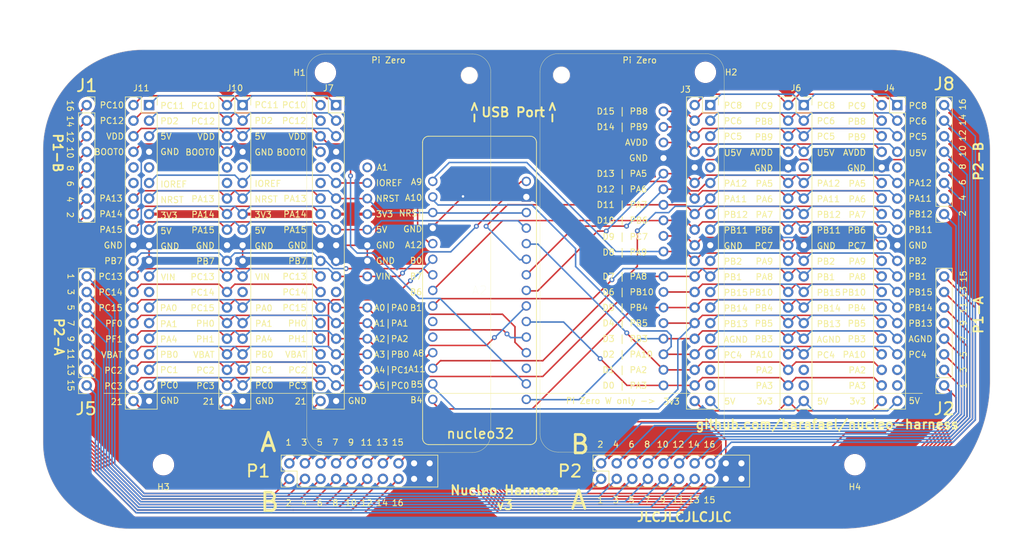
<source format=kicad_pcb>
(kicad_pcb (version 20221018) (generator pcbnew)
  (layers (0 "F.Cu" signal) (31 "B.Cu" signal) (34 "B.Paste" user) (35 "F.Paste" user) (36 "B.SilkS" user "B.Silkscreen") (37 "F.SilkS" user "F.Silkscreen") (38 "B.Mask" user) (39 "F.Mask" user) (44 "Edge.Cuts" user))
  (net 0 "")
  (net 1 "Net-(J1-Pad8)")
  (net 2 "Net-(J1-Pad7)")
  (net 3 "Net-(J1-Pad6)")
  (net 4 "Net-(J1-Pad5)")
  (net 5 "Net-(J1-Pad4)")
  (net 6 "Net-(J1-Pad3)")
  (net 7 "Net-(J1-Pad2)")
  (net 8 "Net-(J1-Pad1)")
  (net 9 "Net-(J2-Pad4)")
  (net 10 "Net-(J2-Pad3)")
  (net 11 "Net-(J2-Pad2)")
  (net 12 "Net-(J2-Pad1)")
  (net 13 "GND")
  (net 14 "PC0")
  (net 15 "PC1")
  (net 16 "PC2")
  (net 17 "PB0")
  (net 18 "VBAT")
  (net 19 "PA4")
  (net 20 "PH1")
  (net 21 "PA1")
  (net 22 "PH0")
  (net 23 "PA0")
  (net 24 "PC15")
  (net 25 "PC14")
  (net 26 "VIN")
  (net 27 "PC13")
  (net 28 "PB7")
  (net 29 "5V")
  (net 30 "PA15")
  (net 31 "3V3")
  (net 32 "PA14")
  (net 33 "PA13")
  (net 34 "IOREF")
  (net 35 "BOOT0")
  (net 36 "VDD")
  (net 37 "PD2")
  (net 38 "PC12")
  (net 39 "PC11")
  (net 40 "PC3")
  (net 41 "PC10")
  (net 42 "Net-(J4-Pad9)")
  (net 43 "Net-(J2-Pad8)")
  (net 44 "Net-(J2-Pad7)")
  (net 45 "Net-(J2-Pad6)")
  (net 46 "Net-(J2-Pad5)")
  (net 47 "PA2")
  (net 48 "PC4")
  (net 49 "PA10")
  (net 50 "AGND")
  (net 51 "PB3")
  (net 52 "PB13")
  (net 53 "PB5")
  (net 54 "PB14")
  (net 55 "PB4")
  (net 56 "PB15")
  (net 57 "PB10")
  (net 58 "PB1")
  (net 59 "PA8")
  (net 60 "PB2")
  (net 61 "PA9")
  (net 62 "PC7")
  (net 63 "PB6")
  (net 64 "PB12")
  (net 65 "PA7")
  (net 66 "PA11")
  (net 67 "PA6")
  (net 68 "PA12")
  (net 69 "PA5")
  (net 70 "AVDD")
  (net 71 "PC5")
  (net 72 "PB9")
  (net 73 "PC6")
  (net 74 "PB8")
  (net 75 "PC8")
  (net 76 "PA3")
  (net 77 "PC9")
  (net 78 "Net-(J7-Pad10)")
  (net 79 "Net-(J7-Pad9)")
  (net 80 "Net-(J8-Pad8)")
  (net 81 "Net-(J8-Pad7)")
  (net 82 "Net-(J8-Pad6)")
  (net 83 "Net-(J8-Pad5)")
  (net 84 "Net-(J8-Pad4)")
  (net 85 "Net-(J8-Pad3)")
  (net 86 "Net-(J8-Pad2)")
  (net 87 "Net-(J8-Pad1)")
  (net 88 "Net-(J5-Pad8)")
  (net 89 "Net-(J5-Pad7)")
  (net 90 "Net-(J5-Pad6)")
  (net 91 "Net-(J5-Pad5)")
  (net 92 "Net-(J5-Pad4)")
  (net 93 "Net-(J5-Pad3)")
  (net 94 "Net-(J5-Pad2)")
  (net 95 "Net-(J5-Pad1)")
  (net 96 "NRST")
  (net 97 "Net-(J7-Pad25)")
  (net 98 "Net-(J7-Pad12)")
  (net 99 "U5V")
  (net 100 "PB11")
  (net 101 "E5V")
  (net 102 "Net-(J10-Pad25)")
  (net 103 "Net-(J10-Pad12)")
  (net 104 "Net-(J10-Pad10)")
  (net 105 "Net-(J10-Pad9)")
  (net 106 "Net-(J3-Pad37)")
  (net 107 "Net-(J3-Pad35)")
  (net 108 "Net-(J3-Pad9)")
  (net 109 "Net-(J4-Pad37)")
  (net 110 "Net-(J4-Pad35)")
  (net 111 "Net-(J6-Pad37)")
  (net 112 "Net-(J6-Pad35)")
  (net 113 "Net-(J6-Pad9)")
  (net 114 "Net-(J11-Pad25)")
  (net 115 "Net-(J11-Pad12)")
  (net 116 "Net-(J11-Pad10)")
  (net 117 "Net-(J11-Pad9)")
  (net 118 "GPIO21")
  (net 119 "POW_3v3")
  (net 120 "POW_5V")
  (net 121 "Net-(A2-Pad3.11)")
  (net 122 "Net-(A2-Pad3.10)")
  (net 123 "VDDA")
  (footprint "Connector_PinHeader_2.54mm:PinHeader_2x10_P2.54mm_Vertical" (layer "F.Cu") (at 154.33 125.15 90)
    (fp_text reference "P2")
    (fp_text value "Conn_02x10_Odd_Even")
  )
  (footprint "Connector_PinHeader_2.54mm:PinHeader_2x10_P2.54mm_Vertical" (layer "F.Cu") (at 103.53 125.15 90)
    (fp_text reference "P1")
    (fp_text value "Conn_02x10_Odd_Even")
  )
  (footprint "Connector_PinSocket_2.54mm:PinSocket_1x08_P2.54mm_Vertical" (layer "F.Cu") (at 210.21 81.97 180)
    (fp_text reference "J8")
    (fp_text value "Conn_01x08_Female")
  )
  (footprint "Connector_PinSocket_2.54mm:PinSocket_1x08_P2.54mm_Vertical" (layer "F.Cu") (at 210.21 109.91 180)
    (fp_text reference "J2")
    (fp_text value "Conn_01x08_Female")
  )
  (footprint "Connector_PinSocket_2.54mm:PinSocket_1x08_P2.54mm_Vertical" (layer "F.Cu") (at 70.51 109.91 180)
    (fp_text reference "J5")
    (fp_text value "Conn_01x08_Female")
  )
  (footprint "Connector_PinSocket_2.54mm:PinSocket_1x08_P2.54mm_Vertical" (layer "F.Cu") (at 70.51 64.19)
    (fp_text reference "J1")
    (fp_text value "Conn_01x08_Female")
  )
  (footprint "MountingHole:MountingHole_3mm" (layer "F.Cu") (at 83.01 122.84)
    (fp_text reference "H3")
    (fp_text value "MountingHole")
  )
  (footprint "MountingHole:MountingHole_3mm" (layer "F.Cu") (at 195.67 122.84)
    (fp_text reference "H4")
    (fp_text value "MountingHole")
  )
  (footprint "Connector_PinSocket_2.54mm:PinSocket_2x20_P2.54mm_Vertical" (layer "F.Cu") (at 172.11 64.19)
    (fp_text reference "J3")
    (fp_text value "Conn_02x20_Odd_Even")
  )
  (footprint "Connector_PinSocket_2.54mm:PinSocket_2x20_P2.54mm_Vertical" (layer "F.Cu") (at 202.59 64.19)
    (fp_text reference "J4")
    (fp_text value "Conn_02x20_Odd_Even")
  )
  (footprint "Connector_PinSocket_2.54mm:PinSocket_2x20_P2.54mm_Vertical" (layer "F.Cu") (at 187.35 64.19)
    (fp_text reference "J6")
    (fp_text value "Conn_02x20_Odd_Even")
  )
  (footprint "Connector_PinSocket_2.54mm:PinSocket_2x20_P2.54mm_Vertical" (layer "F.Cu") (at 111.15 64.19)
    (fp_text reference "J7")
    (fp_text value "Conn_02x20_Odd_Even")
  )
  (footprint "Connector_PinSocket_2.54mm:PinSocket_2x20_P2.54mm_Vertical" (layer "F.Cu") (at 95.91 64.19)
    (fp_text reference "J10")
    (fp_text value "Conn_02x20_Odd_Even")
  )
  (footprint "Connector_PinSocket_2.54mm:PinSocket_2x20_P2.54mm_Vertical" (layer "F.Cu") (at 80.67 64.19)
    (fp_text reference "J11")
    (fp_text value "Conn_02x20_Odd_Even")
  )
  (footprint "MountingHole:MountingHole_3mm" (layer "F.Cu") (at 109.4 58.9)
    (fp_text reference "H1")
    (fp_text value "MountingHole")
  )
  (footprint "MountingHole:MountingHole_3mm" (layer "F.Cu") (at 171.32 58.84)
    (fp_text reference "H2")
    (fp_text value "MountingHole")
  )
  (footprint "nucleo32:nucleo32" (layer "F.Cu") (at 134.52 94.41)
    (fp_text reference "A2")
    (fp_text value "nucleo32")
  )
  (footprint "Module:Arduino_UNO_R3" (layer "B.Cu") (at 116.23 74.35 -90)
    (fp_text reference "A1")
    (fp_text value "Arduino_UNO_R3")
  )
  (gr_line (start 171.36974 120.79032) (end 147.36974 120.79032) (stroke (width 0.05)) (layer "F.SilkS"))
  (gr_line (start 174.36974 58.79032) (end 174.36974 117.79032) (stroke (width 0.05)) (layer "F.SilkS"))
  (gr_arc (start 174.36974 117.79032) (mid 173.49106 119.91164) (end 171.36974 120.79032) (stroke (width 0.05)) (layer "F.SilkS"))
  (gr_arc (start 147.36974 120.79032) (mid 145.24842 119.91164) (end 144.36974 117.79032) (stroke (width 0.05)) (layer "F.SilkS"))
  (gr_arc (start 144.36974 58.79032) (mid 145.24842 56.669) (end 147.36974 55.79032) (stroke (width 0.05)) (layer "F.SilkS"))
  (gr_arc (start 171.36974 55.79032) (mid 173.49106 56.669) (end 174.36974 58.79032) (stroke (width 0.05)) (layer "F.SilkS"))
  (gr_line (start 147.36974 55.79032) (end 171.36974 55.79032) (stroke (width 0.05)) (layer "F.SilkS"))
  (gr_line (start 144.36974 117.79032) (end 144.36974 58.79032) (stroke (width 0.05)) (layer "F.SilkS"))
  (gr_arc (start 133.35026 55.84968) (mid 135.47158 56.72836) (end 136.35026 58.84968) (stroke (width 0.05)) (layer "F.SilkS"))
  (gr_line (start 133.35026 120.84968) (end 109.35026 120.84968) (stroke (width 0.05)) (layer "F.SilkS"))
  (gr_arc (start 109.35026 120.84968) (mid 107.22894 119.971) (end 106.35026 117.84968) (stroke (width 0.05)) (layer "F.SilkS"))
  (gr_line (start 73.3294 111.2054) (end 206.6794 111.2054) (stroke (width 0.1)) (layer "F.SilkS"))
  (gr_line (start 109.35026 55.84968) (end 133.35026 55.84968) (stroke (width 0.05)) (layer "F.SilkS"))
  (gr_arc (start 136.35026 117.84968) (mid 135.47158 119.971) (end 133.35026 120.84968) (stroke (width 0.05)) (layer "F.SilkS"))
  (gr_arc (start 106.35026 58.84968) (mid 107.22894 56.72836) (end 109.35026 55.84968) (stroke (width 0.05)) (layer "F.SilkS"))
  (gr_line (start 106.35026 117.84968) (end 106.35026 58.84968) (stroke (width 0.05)) (layer "F.SilkS"))
  (gr_line (start 136.35026 58.84968) (end 136.35026 117.84968) (stroke (width 0.05)) (layer "F.SilkS"))
  (gr_circle (center 147.86974 59.29032) (end 146.49974 59.26032) (stroke (width 0.05)) (fill none) (layer "Edge.Cuts"))
  (gr_arc (start 77.418 133.27764) (mid 67.505904 129.17199) (end 63.4 119.26) (stroke (width 0.05)) (layer "Edge.Cuts"))
  (gr_arc (start 201.44 55.17) (mid 212.937678 59.933737) (end 217.7 71.432) (stroke (width 0.05)) (layer "Edge.Cuts"))
  (gr_arc (start 63.4 71.43) (mid 68.163737 59.932322) (end 79.662 55.17) (stroke (width 0.05)) (layer "Edge.Cuts"))
  (gr_circle (center 132.85026 59.34968) (end 134.22026 59.37968) (stroke (width 0.05)) (fill none) (layer "Edge.Cuts"))
  (gr_line (start 63.4 119.26) (end 63.4 71.43) (stroke (width 0.05)) (layer "Edge.Cuts"))
  (gr_line (start 217.7 71.43) (end 217.703 109.148) (stroke (width 0.05)) (layer "Edge.Cuts"))
  (gr_line (start 79.662 55.17) (end 201.44 55.17) (stroke (width 0.05)) (layer "Edge.Cuts"))
  (gr_line (start 193.573 133.278) (end 77.418 133.27764) (stroke (width 0.05)) (layer "Edge.Cuts"))
  (gr_arc (start 217.703 109.148) (mid 210.635487 126.210487) (end 193.573 133.278) (stroke (width 0.05)) (layer "Edge.Cuts"))
  (gr_text "PC0" (at 99.4406 109.9182) (layer "F.SilkS") (effects (font (size 1 1))))
  (gr_text "PC1" (at 99.4406 107.39656) (layer "F.SilkS") (effects (font (size 1 1))))
  (gr_text "PB0" (at 99.4406 104.87492) (layer "F.SilkS") (effects (font (size 1 1))))
  (gr_text "PA4" (at 99.369172 102.35328) (layer "F.SilkS") (effects (font (size 1 1))))
  (gr_text "PA1" (at 99.369172 99.83164) (layer "F.SilkS") (effects (font (size 1 1))))
  (gr_text "PA0" (at 99.369172 97.31) (layer "F.SilkS") (effects (font (size 1 1))))
  (gr_text "VIN" (at 99.15 92.21) (layer "F.SilkS") (effects (font (size 1 1))))
  (gr_text "GND" (at 99.398219 87.1715) (layer "F.SilkS") (effects (font (size 1 1))))
  (gr_text "5V" (at 98.779172 84.65) (layer "F.SilkS") (effects (font (size 1 1))))
  (gr_text "3V3" (at 99.255362 82.0915) (layer "F.SilkS") (effects (font (size 1 1))))
  (gr_text "NRST" (at 99.755362 79.5515) (layer "F.SilkS") (effects (font (size 1 1))))
  (gr_text "IOREF" (at 100.017267 77.0115) (layer "F.SilkS") (effects (font (size 1 1))))
  (gr_text "PH1" (at 104.829162 102.330484) (layer "F.SilkS") (effects (font (size 1 1))))
  (gr_text "PC3" (at 104.852971 109.957312) (layer "F.SilkS") (effects (font (size 1 1))))
  (gr_text "PC13" (at 104.376781 92.16138) (layer "F.SilkS") (effects (font (size 1 1))))
  (gr_text "GND" (at 104.805352 87.076828) (layer "F.SilkS") (effects (font (size 1 1))))
  (gr_text "PB7" (at 104.852971 89.619104) (layer "F.SilkS") (effects (font (size 1 1))))
  (gr_text "VBAT" (at 104.591067 104.87276) (layer "F.SilkS") (effects (font (size 1 1))))
  (gr_text "PC14" (at 104.376781 94.703656) (layer "F.SilkS") (effects (font (size 1 1))))
  (gr_text "PC2" (at 104.852971 107.415036) (layer "F.SilkS") (effects (font (size 1 1))))
  (gr_text "PA14" (at 104.448209 81.992276) (layer "F.SilkS") (effects (font (size 1 1))))
  (gr_text "PH0" (at 104.829162 99.788208) (layer "F.SilkS") (effects (font (size 1 1))))
  (gr_text "PA13" (at 104.46 79.45) (layer "F.SilkS") (effects (font (size 1 1))))
  (gr_text "PC15" (at 104.376781 97.245932) (layer "F.SilkS") (effects (font (size 1 1))))
  (gr_text "PA15" (at 104.448209 84.534552) (layer "F.SilkS") (effects (font (size 1 1))))
  (gr_text "4" (at 105.943 129.066) (layer "F.SilkS") (effects (font (size 1 1))))
  (gr_text "11" (at 116.103 119.202) (layer "F.SilkS") (effects (font (size 1 1))))
  (gr_text "7" (at 111.023 119.202) (layer "F.SilkS") (effects (font (size 1 1))))
  (gr_text "3" (at 105.943 119.202) (layer "F.SilkS") (effects (font (size 1 1))))
  (gr_text "15" (at 121.183 119.202) (layer "F.SilkS") (effects (font (size 1 1))))
  (gr_text "1" (at 103.403 119.202) (layer "F.SilkS") (effects (font (size 1 1))))
  (gr_text "5" (at 108.483 119.202) (layer "F.SilkS") (effects (font (size 1 1))))
  (gr_text "8" (at 111.023 129.066) (layer "F.SilkS") (effects (font (size 1 1))))
  (gr_text "14" (at 67.808 66.857 270) (layer "F.SilkS") (effects (font (size 1 1))))
  (gr_text "10" (at 67.808 71.937 270) (layer "F.SilkS") (effects (font (size 1 1))))
  (gr_text "4" (at 67.808 79.557 270) (layer "F.SilkS") (effects (font (size 1 1))))
  (gr_text "16" (at 67.808 64.317 270) (layer "F.SilkS") (effects (font (size 1 1))))
  (gr_text "2" (at 67.808 82.097 270) (layer "F.SilkS") (effects (font (size 1 1))))
  (gr_text "8" (at 67.808 74.477 270) (layer "F.SilkS") (effects (font (size 1 1))))
  (gr_text "6" (at 67.808 77.017 270) (layer "F.SilkS") (effects (font (size 1 1))))
  (gr_text "12" (at 67.808 69.397 270) (layer "F.SilkS") (effects (font (size 1 1))))
  (gr_text "PC10" (at 104.302381 64.18) (layer "F.SilkS") (effects (font (size 1 1))))
  (gr_text "VDD" (at 104.82619 69.326666) (layer "F.SilkS") (effects (font (size 1 1))))
  (gr_text "BOOT0" (at 103.85 71.9) (layer "F.SilkS") (effects (font (size 1 1))))
  (gr_text "PC12" (at 104.302381 66.753333) (layer "F.SilkS") (effects (font (size 1 1))))
  (gr_text "1" (at 213.385 109.91 90) (layer "F.SilkS") (effects (font (size 1 1))))
  (gr_text "14" (at 213.237 66.603 90) (layer "F.SilkS") (effects (font (size 1 1))))
  (gr_text "10" (at 213.237 71.683 90) (layer "F.SilkS") (effects (font (size 1 1))))
  (gr_text "2" (at 213.237 81.843 90) (layer "F.SilkS") (effects (font (size 1 1))))
  (gr_text "6" (at 213.237 76.763 90) (layer "F.SilkS") (effects (font (size 1 1))))
  (gr_text "8" (at 213.237 74.223 90) (layer "F.SilkS") (effects (font (size 1 1))))
  (gr_text "4" (at 213.237 79.303 90) (layer "F.SilkS") (effects (font (size 1 1))))
  (gr_text "12" (at 213.237 69.143 90) (layer "F.SilkS") (effects (font (size 1 1))))
  (gr_text "16" (at 213.237 64.063 90) (layer "F.SilkS") (effects (font (size 1 1))))
  (gr_text "14" (at 169.443 119.541) (layer "F.SilkS") (effects (font (size 1 1))))
  (gr_text "10" (at 164.363 119.541) (layer "F.SilkS") (effects (font (size 1 1))))
  (gr_text "4" (at 156.743 119.541) (layer "F.SilkS") (effects (font (size 1 1))))
  (gr_text "16" (at 171.983 119.541) (layer "F.SilkS") (effects (font (size 1 1))))
  (gr_text "2" (at 154.203 119.541) (layer "F.SilkS") (effects (font (size 1 1))))
  (gr_text "8" (at 161.823 119.541) (layer "F.SilkS") (effects (font (size 1 1))))
  (gr_text "6" (at 159.283 119.541) (layer "F.SilkS") (effects (font (size 1 1))))
  (gr_text "12" (at 166.903 119.541) (layer "F.SilkS") (effects (font (size 1 1))))
  (gr_text "5" (at 67.908 97.212 270) (layer "F.SilkS") (effects (font (size 1 1))))
  (gr_text "9" (at 164.363 128.6) (layer "F.SilkS") (effects (font (size 1 1))))
  (gr_text "15" (at 171.983 128.6) (layer "F.SilkS") (effects (font (size 1 1))))
  (gr_text "3" (at 67.908 94.672 270) (layer "F.SilkS") (effects (font (size 1 1))))
  (gr_text "7" (at 161.823 128.6) (layer "F.SilkS") (effects (font (size 1 1))))
  (gr_text "13" (at 169.443 128.6) (layer "F.SilkS") (effects (font (size 1 1))))
  (gr_text "1" (at 154.203 128.6) (layer "F.SilkS") (effects (font (size 1 1))))
  (gr_text "11" (at 166.903 128.6) (layer "F.SilkS") (effects (font (size 1 1))))
  (gr_text "A" (at 100.101 119.202) (layer "F.SilkS") (effects (font (size 3 3) (thickness 0.45))))
  (gr_text "B" (at 150.901 119.541) (layer "F.SilkS") (effects (font (size 3 3) (thickness 0.45))))
  (gr_text "A" (at 150.686714 128.6) (layer "F.SilkS") (effects (font (size 3 3) (thickness 0.45))))
  (gr_text "B" (at 100.315286 128.96) (layer "F.SilkS") (effects (font (size 3 3) (thickness 0.45))))
  (gr_text "PA5" (at 180.92281 77.00385) (layer "F.SilkS") (effects (font (size 1 1))))
  (gr_text "GND" (at 180.803762 74.46908) (layer "F.SilkS") (effects (font (size 1 1))))
  (gr_text "PA8" (at 180.92281 92.21247) (layer "F.SilkS") (effects (font (size 1 1))))
  (gr_text "PA6" (at 180.92281 79.53862) (layer "F.SilkS") (effects (font (size 1 1))))
  (gr_text "AVDD" (at 180.470429 71.93431) (layer "F.SilkS") (effects (font (size 1 1))))
  (gr_text "PC9" (at 180.851381 64.33) (layer "F.SilkS") (effects (font (size 1 1))))
  (gr_text "PB6" (at 180.851381 84.60816) (layer "F.SilkS") (effects (font (size 1 1))))
  (gr_text "PA7" (at 180.92281 82.07339) (layer "F.SilkS") (effects (font (size 1 1))))
  (gr_text "PA9" (at 180.92281 89.6777) (layer "F.SilkS") (effects (font (size 1 1))))
  (gr_text "PA3" (at 180.92281 109.95586) (layer "F.SilkS") (effects (font (size 1 1))))
  (gr_text "PB9" (at 180.851381 69.39954) (layer "F.SilkS") (effects (font (size 1 1))))
  (gr_text "PA10" (at 180.446619 104.88632) (layer "F.SilkS") (effects (font (size 1 1))))
  (gr_text "PB4" (at 180.851381 97.28201) (layer "F.SilkS") (effects (font (size 1 1))))
  (gr_text "PB3" (at 180.851381 102.35155) (layer "F.SilkS") (effects (font (size 1 1))))
  (gr_text "PC7" (at 180.851381 87.14293) (layer "F.SilkS") (effects (font (size 1 1))))
  (gr_text "PB8" (at 180.851381 66.86477) (layer "F.SilkS") (effects (font (size 1 1))))
  (gr_text "PA2" (at 180.92281 107.42109) (layer "F.SilkS") (effects (font (size 1 1))))
  (gr_text "PB10" (at 180.375191 94.74724) (layer "F.SilkS") (effects (font (size 1 1))))
  (gr_text "PB5" (at 180.851381 99.81678) (layer "F.SilkS") (effects (font (size 1 1))))
  (gr_text "PB14" (at 176.290191 97.33072) (layer "F.SilkS") (effects (font (size 1 1))))
  (gr_text "PA11" (at 176.218762 79.51509) (layer "F.SilkS") (effects (font (size 1 1))))
  (gr_text "PC6" (at 175.824 66.785) (layer "F.SilkS") (effects (font (size 1 1))))
  (gr_text "PB12" (at 176.290191 82.06018) (layer "F.SilkS") (effects (font (size 1 1))))
  (gr_text "PC8" (at 175.824 64.26) (layer "F.SilkS") (effects (font (size 1 1))))
  (gr_text "PC5" (at 175.824 69.31) (layer "F.SilkS") (effects (font (size 1 1))))
  (gr_text "PA12" (at 176.23 76.97) (layer "F.SilkS") (effects (font (size 1 1))))
  (gr_text "PB1" (at 175.814 92.24054) (layer "F.SilkS") (effects (font (size 1 1))))
  (gr_text "PB15" (at 176.290191 94.78563) (layer "F.SilkS") (effects (font (size 1 1))))
  (gr_text "GND" (at 175.861619 87.15036) (layer "F.SilkS") (effects (font (size 1 1))))
  (gr_text "PC4" (at 175.814 104.966) (layer "F.SilkS") (effects (font (size 1 1))))
  (gr_text "PB13" (at 176.290191 99.87581) (layer "F.SilkS") (effects (font (size 1 1))))
  (gr_text "U5V" (at 175.776381 71.98) (layer "F.SilkS") (effects (font (size 1 1))))
  (gr_text "AGND" (at 176.290191 102.4209) (layer "F.SilkS") (effects (font (size 1 1))))
  (gr_text "PB2" (at 175.814 89.69545) (layer "F.SilkS") (effects (font (size 1 1))))
  (gr_text "PD2" (at 99.3506 66.737) (layer "F.SilkS") (effects (font (size 1 1))))
  (gr_text "GND" (at 99.398219 71.88) (layer "F.SilkS") (effects (font (size 1 1))))
  (gr_text "5V" (at 98.779172 69.3085) (layer "F.SilkS") (effects (font (size 1 1))))
  (gr_text "PC11" (at 99.826791 64.1655) (layer "F.SilkS") (effects (font (size 1 1))))
  (gr_text "PA15" (at 89.458067 84.581344) (layer "F.SilkS") (effects (font (size 1 1))))
  (gr_text "PC15" (at 89.386639 97.284704) (layer "F.SilkS") (effects (font (size 1 1))))
  (gr_text "PA13" (at 89.45 79.5) (layer "F.SilkS") (effects (font (size 1 1))))
  (gr_text "PH0" (at 89.83902 99.825376) (layer "F.SilkS") (effects (font (size 1 1))))
  (gr_text "PA14" (at 89.458067 82.040672) (layer "F.SilkS") (effects (font (size 1 1))))
  (gr_text "PC2" (at 89.862829 107.447392) (layer "F.SilkS") (effects (font (size 1 1))))
  (gr_text "PC14" (at 89.386639 94.744032) (layer "F.SilkS") (effects (font (size 1 1))))
  (gr_text "VBAT" (at 89.600925 104.90672) (layer "F.SilkS") (effects (font (size 1 1))))
  (gr_text "PB7" (at 89.862829 89.662688) (layer "F.SilkS") (effects (font (size 1 1))))
  (gr_text "GND" (at 89.81521 87.122016) (layer "F.SilkS") (effects (font (size 1 1))))
  (gr_text "PC13" (at 89.386639 92.20336) (layer "F.SilkS") (effects (font (size 1 1))))
  (gr_text "PC3" (at 89.862829 109.988064) (layer "F.SilkS") (effects (font (size 1 1))))
  (gr_text "5V" (at 83.423872 69.303632) (layer "F.SilkS") (effects (font (size 1 1))))
  (gr_text "PH1" (at 89.83902 102.366048) (layer "F.SilkS") (effects (font (size 1 1))))
  (gr_text "IOREF" (at 84.671967 77.1069) (layer "F.SilkS") (effects (font (size 1 1))))
  (gr_text "NRST" (at 84.410062 79.6469) (layer "F.SilkS") (effects (font (size 1 1))))
  (gr_text "3V3" (at 83.910062 82.1869) (layer "F.SilkS") (effects (font (size 1 1))))
  (gr_text "5V" (at 83.433872 84.7269) (layer "F.SilkS") (effects (font (size 1 1))))
  (gr_text "GND" (at 84.06 87.21) (layer "F.SilkS") (effects (font (size 1 1))))
  (gr_text "VIN" (at 83.78 92.27) (layer "F.SilkS") (effects (font (size 1 1))))
  (gr_text "PA0" (at 83.85 97.28) (layer "F.SilkS") (effects (font (size 1 1))))
  (gr_text "PA1" (at 83.883872 99.8959) (layer "F.SilkS") (effects (font (size 1 1))))
  (gr_text "PA4" (at 83.883872 102.3918) (layer "F.SilkS") (effects (font (size 1 1))))
  (gr_text "PB0" (at 83.9553 104.8877) (layer "F.SilkS") (effects (font (size 1 1))))
  (gr_text "PC1" (at 83.9553 107.3836) (layer "F.SilkS") (effects (font (size 1 1))))
  (gr_text "PC0" (at 83.9553 109.8795) (layer "F.SilkS") (effects (font (size 1 1))))
  (gr_text "PD2" (at 83.9953 66.797266) (layer "F.SilkS") (effects (font (size 1 1))))
  (gr_text "PC12" (at 89.454229 66.833933) (layer "F.SilkS") (effects (font (size 1 1))))
  (gr_text "BOOT0" (at 89.001848 71.88) (layer "F.SilkS") (effects (font (size 1 1))))
  (gr_text "VDD" (at 89.978038 69.356966) (layer "F.SilkS") (effects (font (size 1 1))))
  (gr_text "PC10" (at 89.454229 64.3109) (layer "F.SilkS") (effects (font (size 1 1))))
  (gr_text "PC11" (at 84.471491 64.2909) (layer "F.SilkS") (effects (font (size 1 1))))
  (gr_text "GND" (at 84.042919 71.81) (layer "F.SilkS") (effects (font (size 1 1))))
  (gr_text "PF0" (at 74.94581 99.821304) (layer "F.SilkS") (effects (font (size 1 1))))
  (gr_text "GND" (at 74.826762 87.057989) (layer "F.SilkS") (effects (font (size 1 1))))
  (gr_text "PA15" (at 74.469619 84.505326) (layer "F.SilkS") (effects (font (size 1 1))))
  (gr_text "PC3" (at 74.874381 110.031956) (layer "F.SilkS") (effects (font (size 1 1))))
  (gr_text "PC10" (at 74.61 64.2) (layer "F.SilkS") (effects (font (size 1 1))))
  (gr_text "PF1" (at 74.94581 102.373967) (layer "F.SilkS") (effects (font (size 1 1))))
  (gr_text "VBAT" (at 74.612477 104.92663) (layer "F.SilkS") (effects (font (size 1 1))))
  (gr_text "PC12" (at 74.61 66.743333) (layer "F.SilkS") (effects (font (size 1 1))))
  (gr_text "PA13" (at 74.469619 79.4) (layer "F.SilkS") (effects (font (size 1 1))))
  (gr_text "VDD" (at 75.133809 69.286666) (layer "F.SilkS") (effects (font (size 1 1))))
  (gr_text "PC13" (at 74.398191 92.163315) (layer "F.SilkS") (effects (font (size 1 1))))
  (gr_text "PC2" (at 74.874381 107.479293) (layer "F.SilkS") (effects (font (size 1 1))))
  (gr_text "PC14" (at 74.398191 94.715978) (layer "F.SilkS") (effects (font (size 1 1))))
  (gr_text "PA14" (at 74.469619 81.952663) (layer "F.SilkS") (effects (font (size 1 1))))
  (gr_text "PC15" (at 74.398191 97.268641) (layer "F.SilkS") (effects (font (size 1 1))))
  (gr_text "BOOT0" (at 74.157619 71.83) (layer "F.SilkS") (effects (font (size 1 1))))
  (gr_text "PB7" (at 74.874381 89.610652) (layer "F.SilkS") (effects (font (size 1 1))))
  (gr_text "JLCJLCJLCJLC" (at 167.9 131.37) (layer "F.SilkS") (effects (font (size 1.5 1.5) (thickness 0.3))))
  (gr_text "USB Port " (at 140.56096 65.3621) (layer "F.SilkS") (effects (font (size 1.5 1.5) (thickness 0.3))))
  (gr_text "PB11" (at 176.290191 84.60527) (layer "F.SilkS") (effects (font (size 1 1))))
  (gr_text "3" (at 213.385 107.37 90) (layer "F.SilkS") (effects (font (size 1 1))))
  (gr_text "5" (at 213.385 104.83 90) (layer "F.SilkS") (effects (font (size 1 1))))
  (gr_text "7" (at 213.385 102.29 90) (layer "F.SilkS") (effects (font (size 1 1))))
  (gr_text "9" (at 213.385 99.75 90) (layer "F.SilkS") (effects (font (size 1 1))))
  (gr_text "11" (at 213.385 97.21 90) (layer "F.SilkS") (effects (font (size 1 1))))
  (gr_text "13" (at 213.385 94.67 90) (layer "F.SilkS") (effects (font (size 1 1))))
  (gr_text "15" (at 213.385 92.13 90) (layer "F.SilkS") (effects (font (size 1 1))))
  (gr_text "->" (at 146.27596 65.3621 90) (layer "F.SilkS") (effects (font (size 1.5 1.5) (thickness 0.3))))
  (gr_text "->" (at 133.57596 65.3621 90) (layer "F.SilkS") (effects (font (size 1.5 1.5) (thickness 0.3))))
  (gr_text "D15 | PB8" (at 157.782762 65.206) (layer "F.SilkS") (effects (font (size 1 1))))
  (gr_text "D14 | PB9" (at 157.782762 67.746) (layer "F.SilkS") (effects (font (size 1 1))))
  (gr_text "AVDD" (at 160.092286 70.286) (layer "F.SilkS") (effects (font (size 1 1))))
  (gr_text "GND" (at 160.425619 72.826) (layer "F.SilkS") (effects (font (size 1 1))))
  (gr_text "D13 | PA5" (at 157.711334 75.366) (layer "F.SilkS") (effects (font (size 1 1))))
  (gr_text "D12 | PA6" (at 157.711334 77.906) (layer "F.SilkS") (effects (font (size 1 1))))
  (gr_text "D11 | PA7" (at 157.711334 80.446) (layer "F.SilkS") (effects (font (size 1 1))))
  (gr_text "D10 | PB6" (at 157.782762 82.986) (layer "F.SilkS") (effects (font (size 1 1))))
  (gr_text "D9 | PC7" (at 158.25181 85.666) (layer "F.SilkS") (effects (font (size 1 1))))
  (gr_text "D8 | PA9" (at 158.180381 88.206) (layer "F.SilkS") (effects (font (size 1 1))))
  (gr_text "D7 | PA8" (at 158.180381 92.143) (layer "F.SilkS") (effects (font (size 1 1))))
  (gr_text "D6 | PB10" (at 158.728 94.683) (layer "F.SilkS") (effects (font (size 1 1))))
  (gr_text "D5 | PB4" (at 158.25181 97.223) (layer "F.SilkS") (effects (font (size 1 1))))
  (gr_text "D4 | PB5" (at 158.25181 99.763) (layer "F.SilkS") (effects (font (size 1 1))))
  (gr_text "D3 | PB3" (at 158.25181 102.303) (layer "F.SilkS") (effects (font (size 1 1))))
  (gr_text "D2 | PA10" (at 158.656572 104.843) (layer "F.SilkS") (effects (font (size 1 1))))
  (gr_text "D1 | PA2" (at 158.180381 107.383) (layer "F.SilkS") (effects (font (size 1 1))))
  (gr_text "D0 | PA3" (at 158.180381 109.923) (layer "F.SilkS") (effects (font (size 1 1))))
  (gr_text "A0|PA0" (at 120.12 97.24) (layer "F.SilkS") (effects (font (size 1 1))))
  (gr_text "A5|PC0" (at 120.191429 109.94) (layer "F.SilkS") (effects (font (size 1 1))))
  (gr_text "3V3" (at 119.04219 81.97) (layer "F.SilkS") (effects (font (size 1 1))))
  (gr_text "A4|PC1" (at 120.191429 107.4) (layer "F.SilkS") (effects (font (size 1 1))))
  (gr_text "NRST" (at 119.54219 79.43) (layer "F.SilkS") (effects (font (size 1 1))))
  (gr_text "A1|PA1" (at 120.12 99.78) (layer "F.SilkS") (effects (font (size 1 1))))
  (gr_text "GND" (at 119.185047 87.05) (layer "F.SilkS") (effects (font (size 1 1))))
  (gr_text "IOREF" (at 119.804095 76.89) (layer "F.SilkS") (effects (font (size 1 1))))
  (gr_text "GND" (at 119.185047 89.59) (layer "F.SilkS") (effects (font (size 1 1))))
  (gr_text "VIN" (at 118.851714 92.13) (layer "F.SilkS") (effects (font (size 1 1))))
  (gr_text "A3|PB0" (at 120.191429 104.86) (layer "F.SilkS") (effects (font (size 1 1))))
  (gr_text "A2|PA2" (at 120.12 102.32) (layer "F.SilkS") (effects (font (size 1 1))))
  (gr_text "5V" (at 118.566 84.51) (layer "F.SilkS") (effects (font (size 1 1))))
  (gr_text "github.com/barafael/nucleo-harness" (at 191.16 116.26) (layer "F.SilkS") (effects (font (size 1.5 1.5) (thickness 0.3))))
  (gr_text "P1-A" (at 215.815 98.415 90) (layer "F.SilkS") (effects (font (size 1.5 1.5) (thickness 0.3))))
  (gr_text "P2-A" (at 65.99 101.99 270) (layer "F.SilkS") (effects (font (size 1.5 1.5) (thickness 0.3))))
  (gr_text "P1-B" (at 65.79 71.99 270) (layer "F.SilkS") (effects (font (size 1.5 1.5) (thickness 0.3))))
  (gr_text "Pi Zero" (at 160.61 56.87) (layer "F.SilkS") (effects (font (size 1 1))))
  (gr_text "Pi Zero" (at 119.68 56.86) (layer "F.SilkS") (effects (font (size 1 1))))
  (gr_text "3v3" (at 180.994238 112.49064) (layer "F.SilkS") (effects (font (size 1 1))))
  (gr_text "3v3" (at 165.80981 112.5262) (layer "F.SilkS") (effects (font (size 1 1))))
  (gr_text "5V" (at 175.29 112.51) (layer "F.SilkS") (effects (font (size 1 1))))
  (gr_text "21" (at 75.398191 112.58462) (layer "F.SilkS") (effects (font (size 1 1))))
  (gr_text "GND" (at 84.022 112.3754) (layer "F.SilkS") (effects (font (size 1 1))))
  (gr_text "21" (at 90.386639 112.52874) (layer "F.SilkS") (effects (font (size 1 1))))
  (gr_text "GND" (at 99.488219 112.43984) (layer "F.SilkS") (effects (font (size 1 1))))
  (gr_text "21" (at 105.376781 112.4996) (layer "F.SilkS") (effects (font (size 1 1))))
  (gr_text "GND" (at 114.6044 112.4246) (layer "F.SilkS") (effects (font (size 1 1))))
  (gr_text "Pi Zero W only ->" (at 155.88702 112.41444) (layer "F.SilkS") (effects (font (size 1 1))))
  (gr_text "B4" (at 124.22 112.29) (layer "F.SilkS") (effects (font (size 1 1))))
  (gr_text "B5" (at 124.27 109.74) (layer "F.SilkS") (effects (font (size 1 1))))
  (gr_text "A11" (at 124.3 107.23) (layer "F.SilkS") (effects (font (size 1 1))))
  (gr_text "A8" (at 124.57 104.67) (layer "F.SilkS") (effects (font (size 1 1))))
  (gr_text "B1" (at 124.17 97.26) (layer "F.SilkS") (effects (font (size 1 1))))
  (gr_text "B6" (at 124.17 94.6925) (layer "F.SilkS") (effects (font (size 1 1))))
  (gr_text "B7" (at 124.17 92.125) (layer "F.SilkS") (effects (font (size 1 1))))
  (gr_text "B0" (at 124.17 89.5575) (layer "F.SilkS") (effects (font (size 1 1))))
  (gr_text "A12" (at 123.765238 86.99) (layer "F.SilkS") (effects (font (size 1 1))))
  (gr_text "GND" (at 123.622381 84.42) (layer "F.SilkS") (effects (font (size 1 1))))
  (gr_text "NRST" (at 123.265238 81.84) (layer "F.SilkS") (effects (font (size 1 1))))
  (gr_text "A10" (at 123.765238 79.2875) (layer "F.SilkS") (effects (font (size 1 1))))
  (gr_text "A9" (at 124.241429 76.72) (layer "F.SilkS") (effects (font (size 1 1))))
  (gr_text "PB1" (at 190.954 92.24054) (layer "F.SilkS") (effects (font (size 1 1))))
  (gr_text "PB8" (at 195.991381 66.86477) (layer "F.SilkS") (effects (font (size 1 1))))
  (gr_text "GND" (at 191.001619 87.15036) (layer "F.SilkS") (effects (font (size 1 1))))
  (gr_text "PA10" (at 195.586619 104.88632) (layer "F.SilkS") (effects (font (size 1 1))))
  (gr_text "PC8" (at 190.964 64.26) (layer "F.SilkS") (effects (font (size 1 1))))
  (gr_text "PB5" (at 195.991381 99.81678) (layer "F.SilkS") (effects (font (size 1 1))))
  (gr_text "PB6" (at 195.991381 84.60816) (layer "F.SilkS") (effects (font (size 1 1))))
  (gr_text "PC6" (at 190.964 66.785) (layer "F.SilkS") (effects (font (size 1 1))))
  (gr_text "PA2" (at 196.06281 107.42109) (layer "F.SilkS") (effects (font (size 1 1))))
  (gr_text "PB14" (at 191.430191 97.33072) (layer "F.SilkS") (effects (font (size 1 1))))
  (gr_text "PA5" (at 196.06281 77.00385) (layer "F.SilkS") (effects (font (size 1 1))))
  (gr_text "PB9" (at 195.991381 69.39954) (layer "F.SilkS") (effects (font (size 1 1))))
  (gr_text "PB13" (at 191.430191 99.87581) (layer "F.SilkS") (effects (font (size 1 1))))
  (gr_text "PC4" (at 190.954 104.966) (layer "F.SilkS") (effects (font (size 1 1))))
  (gr_text "PB10" (at 195.515191 94.74724) (layer "F.SilkS") (effects (font (size 1 1))))
  (gr_text "PA7" (at 196.06281 82.07339) (layer "F.SilkS") (effects (font (size 1 1))))
  (gr_text "PA3" (at 196.06281 109.95586) (layer "F.SilkS") (effects (font (size 1 1))))
  (gr_text "PB15" (at 191.430191 94.78563) (layer "F.SilkS") (effects (font (size 1 1))))
  (gr_text "PB3" (at 195.991381 102.35155) (layer "F.SilkS") (effects (font (size 1 1))))
  (gr_text "PA6" (at 196.06281 79.53862) (layer "F.SilkS") (effects (font (size 1 1))))
  (gr_text "PA12" (at 191.37 76.97) (layer "F.SilkS") (effects (font (size 1 1))))
  (gr_text "PC7" (at 195.991381 87.14293) (layer "F.SilkS") (effects (font (size 1 1))))
  (gr_text "PB12" (at 191.430191 82.06018) (layer "F.SilkS") (effects (font (size 1 1))))
  (gr_text "PA11" (at 191.358762 79.51509) (layer "F.SilkS") (effects (font (size 1 1))))
  (gr_text "U5V" (at 190.916381 71.98) (layer "F.SilkS") (effects (font (size 1 1))))
  (gr_text "GND" (at 195.943762 74.46908) (layer "F.SilkS") (effects (font (size 1 1))))
  (gr_text "PC5" (at 190.964 69.31) (layer "F.SilkS") (effects (font (size 1 1))))
  (gr_text "PC9" (at 195.991381 64.33) (layer "F.SilkS") (effects (font (size 1 1))))
  (gr_text "PB4" (at 195.991381 97.28201) (layer "F.SilkS") (effects (font (size 1 1))))
  (gr_text "AVDD" (at 195.610429 71.93431) (layer "F.SilkS") (effects (font (size 1 1))))
  (gr_text "AGND" (at 191.430191 102.4209) (layer "F.SilkS") (effects (font (size 1 1))))
  (gr_text "PA9" (at 196.06281 89.6777) (layer "F.SilkS") (effects (font (size 1 1))))
  (gr_text "PB2" (at 190.954 89.69545) (layer "F.SilkS") (effects (font (size 1 1))))
  (gr_text "PA8" (at 196.06281 92.21247) (layer "F.SilkS") (effects (font (size 1 1))))
  (gr_text "PB11" (at 191.430191 84.60527) (layer "F.SilkS") (effects (font (size 1 1))))
  (gr_text "5V" (at 190.43 112.51) (layer "F.SilkS") (effects (font (size 1 1))))
  (gr_text "3v3" (at 196.134238 112.49064) (layer "F.SilkS") (effects (font (size 1 1))))
  (gr_text "PC8" (at 205.944 64.3) (layer "F.SilkS") (effects (font (size 1 1))))
  (gr_text "PC5" (at 205.944 69.35) (layer "F.SilkS") (effects (font (size 1 1))))
  (gr_text "U5V" (at 205.896381 72.02) (layer "F.SilkS") (effects (font (size 1 1))))
  (gr_text "PC6" (at 205.944 66.825) (layer "F.SilkS") (effects (font (size 1 1))))
  (gr_text "PA12" (at 206.31 76.89) (layer "F.SilkS") (effects (font (size 1 1))))
  (gr_text "PB15" (at 206.370191 94.70563) (layer "F.SilkS") (effects (font (size 1 1))))
  (gr_text "5V" (at 205.37 112.43) (layer "F.SilkS") (effects (font (size 1 1))))
  (gr_text "PB13" (at 206.370191 99.79581) (layer "F.SilkS") (effects (font (size 1 1))))
  (gr_text "PC4" (at 205.894 104.886) (layer "F.SilkS") (effects (font (size 1 1))))
  (gr_text "GND" (at 205.941619 87.07036) (layer "F.SilkS") (effects (font (size 1 1))))
  (gr_text "PB14" (at 206.370191 97.25072) (layer "F.SilkS") (effects (font (size 1 1))))
  (gr_text "PB12" (at 206.370191 81.98018) (layer "F.SilkS") (effects (font (size 1 1))))
  (gr_text "PA11" (at 206.298762 79.43509) (layer "F.SilkS") (effects (font (size 1 1))))
  (gr_text "PB2" (at 205.894 89.61545) (layer "F.SilkS") (effects (font (size 1 1))))
  (gr_text "AGND" (at 206.370191 102.3409) (layer "F.SilkS") (effects (font (size 1 1))))
  (gr_text "PB11" (at 206.370191 84.52527) (layer "F.SilkS") (effects (font (size 1 1))))
  (gr_text "PB1" (at 205.894 92.16054) (layer "F.SilkS") (effects (font (size 1 1))))
  (gr_text "3" (at 156.743 128.6) (layer "F.SilkS") (effects (font (size 1 1))))
  (gr_text "13" (at 118.643 119.202) (layer "F.SilkS") (effects (font (size 1 1))))
  (gr_text "P2-B" (at 215.815 73.34 90) (layer "F.SilkS") (effects (font (size 1.5 1.5) (thickness 0.3))))
  (gr_text "2" (at 103.403 129.066) (layer "F.SilkS") (effects (font (size 1 1))))
  (gr_text "9" (at 67.908 102.292 270) (layer "F.SilkS") (effects (font (size 1 1))))
  (gr_text "5" (at 159.283 128.6) (layer "F.SilkS") (effects (font (size 1 1))))
  (gr_text "14" (at 118.643 129.066) (layer "F.SilkS") (effects (font (size 1 1))))
  (gr_text "9" (at 113.563 119.202) (layer "F.SilkS") (effects (font (size 1 1))))
  (gr_text "16" (at 121.183 129.066) (layer "F.SilkS") (effects (font (size 1 1))))
  (gr_text "11" (at 67.908 104.832 270) (layer "F.SilkS") (effects (font (size 1 1))))
  (gr_text "7" (at 67.908 99.752 270) (layer "F.SilkS") (effects (font (size 1 1))))
  (gr_text "15" (at 67.908 109.912 270) (layer "F.SilkS") (effects (font (size 1 1))))
  (gr_text "13" (at 67.908 107.372 270) (layer "F.SilkS") (effects (font (size 1 1))))
  (gr_text "Nucleo Harness\nv3" (at 138.64 128.21) (layer "F.SilkS") (effects (font (size 1.5 1.5) (thickness 0.3))))
  (gr_text "12" (at 116.103 129.066) (layer "F.SilkS") (effects (font (size 1 1))))
  (gr_text "1" (at 67.908 92.132 270) (layer "F.SilkS") (effects (font (size 1 1))))
  (gr_text "6" (at 108.483 129.066) (layer "F.SilkS") (effects (font (size 1 1))))
  (gr_text "10" (at 113.563 129.066) (layer "F.SilkS") (effects (font (size 1 1))))
  (segment (start 101.15 127.53) (end 79.88 127.53) (width 0.25) (layer "F.Cu") (net 1))
  (segment (start 68.18 115.83) (end 68.18 84.3) (width 0.25) (layer "F.Cu") (net 1))
  (segment (start 68.18 84.3) (end 70.51 81.97) (width 0.25) (layer "F.Cu") (net 1))
  (segment (start 103.53 125.15) (end 101.15 127.53) (width 0.25) (layer "F.Cu") (net 1))
  (segment (start 79.88 127.53) (end 68.18 115.83) (width 0.25) (layer "F.Cu") (net 1))
  (segment (start 67.729989 82.210011) (end 67.729989 116.0164) (width 0.25) (layer "F.Cu") (net 2))
  (segment (start 79.693589 127.98) (end 103.24 127.98) (width 0.25) (layer "F.Cu") (net 2))
  (segment (start 103.24 127.98) (end 106.07 125.15) (width 0.25) (layer "F.Cu") (net 2))
  (segment (start 67.729989 116.0164) (end 79.693589 127.98) (width 0.25) (layer "F.Cu") (net 2))
  (segment (start 70.51 79.43) (end 67.729989 82.210011) (width 0.25) (layer "F.Cu") (net 2))
  (segment (start 103.426466 128.429945) (end 105.330055 128.429945) (width 0.25) (layer "F.Cu") (net 3))
  (segment (start 67.279978 80.120022) (end 67.279978 116.2028) (width 0.25) (layer "F.Cu") (net 3))
  (segment (start 67.279978 116.2028) (end 79.507189 128.430011) (width 0.25) (layer "F.Cu") (net 3))
  (segment (start 105.330055 128.429945) (end 108.61 125.15) (width 0.25) (layer "F.Cu") (net 3))
  (segment (start 79.507189 128.430011) (end 103.4264 128.430011) (width 0.25) (layer "F.Cu") (net 3))
  (segment (start 70.51 76.89) (end 67.279978 80.120022) (width 0.25) (layer "F.Cu") (net 3))
  (segment (start 103.4264 128.430011) (end 103.426466 128.429945) (width 0.25) (layer "F.Cu") (net 3))
  (segment (start 103.612866 128.879956) (end 107.420044 128.879956) (width 0.25) (layer "F.Cu") (net 4))
  (segment (start 103.6128 128.880022) (end 103.612866 128.879956) (width 0.25) (layer "F.Cu") (net 4))
  (segment (start 70.51 74.35) (end 66.829967 78.030033) (width 0.25) (layer "F.Cu") (net 4))
  (segment (start 107.420044 128.879956) (end 111.15 125.15) (width 0.25) (layer "F.Cu") (net 4))
  (segment (start 66.829967 116.3892) (end 79.320789 128.880022) (width 0.25) (layer "F.Cu") (net 4))
  (segment (start 66.829967 78.030033) (end 66.829967 116.3892) (width 0.25) (layer "F.Cu") (net 4))
  (segment (start 79.320789 128.880022) (end 103.6128 128.880022) (width 0.25) (layer "F.Cu") (net 4))
  (segment (start 66.379956 75.940044) (end 66.379956 116.5756) (width 0.25) (layer "F.Cu") (net 5))
  (segment (start 103.799266 129.329967) (end 109.510033 129.329967) (width 0.25) (layer "F.Cu") (net 5))
  (segment (start 70.51 71.81) (end 66.379956 75.940044) (width 0.25) (layer "F.Cu") (net 5))
  (segment (start 79.134389 129.330033) (end 103.7992 129.330033) (width 0.25) (layer "F.Cu") (net 5))
  (segment (start 66.379956 116.5756) (end 79.134389 129.330033) (width 0.25) (layer "F.Cu") (net 5))
  (segment (start 103.7992 129.330033) (end 103.799266 129.329967) (width 0.25) (layer "F.Cu") (net 5))
  (segment (start 109.510033 129.329967) (end 113.69 125.15) (width 0.25) (layer "F.Cu") (net 5))
  (segment (start 65.929945 116.762) (end 78.947989 129.780044) (width 0.25) (layer "F.Cu") (net 6))
  (segment (start 70.51 69.27) (end 65.929945 73.850055) (width 0.25) (layer "F.Cu") (net 6))
  (segment (start 103.9856 129.780044) (end 103.985666 129.779978) (width 0.25) (layer "F.Cu") (net 6))
  (segment (start 111.600022 129.779978) (end 116.23 125.15) (width 0.25) (layer "F.Cu") (net 6))
  (segment (start 78.947989 129.780044) (end 103.9856 129.780044) (width 0.25) (layer "F.Cu") (net 6))
  (segment (start 103.985666 129.779978) (end 111.600022 129.779978) (width 0.25) (layer "F.Cu") (net 6))
  (segment (start 65.929945 73.850055) (end 65.929945 116.762) (width 0.25) (layer "F.Cu") (net 6))
  (segment (start 113.690011 130.229989) (end 117.920001 125.999999) (width 0.25) (layer "F.Cu") (net 7))
  (segment (start 78.761589 130.230055) (end 104.172 130.230055) (width 0.25) (layer "F.Cu") (net 7))
  (segment (start 104.172 130.230055) (end 104.172066 130.229989) (width 0.25) (layer "F.Cu") (net 7))
  (segment (start 104.172066 130.229989) (end 113.690011 130.229989) (width 0.25) (layer "F.Cu") (net 7))
  (segment (start 65.479934 116.9484) (end 78.761589 130.230055) (width 0.25) (layer "F.Cu") (net 7))
  (segment (start 70.51 66.73) (end 65.479934 71.760066) (width 0.25) (layer "F.Cu") (net 7))
  (segment (start 65.479934 71.760066) (end 65.479934 116.9484) (width 0.25) (layer "F.Cu") (net 7))
  (segment (start 117.920001 125.999999) (end 118.77 125.15) (width 0.25) (layer "F.Cu") (net 7))
  (segment (start 104.358466 130.68) (end 115.78 130.68) (width 0.25) (layer "F.Cu") (net 8))
  (segment (start 115.78 130.68) (end 120.460001 125.999999) (width 0.25) (layer "F.Cu") (net 8))
  (segment (start 65.029923 117.1348) (end 78.575189 130.680066) (width 0.25) (layer "F.Cu") (net 8))
  (segment (start 65.029923 69.670077) (end 65.029923 117.1348) (width 0.25) (layer "F.Cu") (net 8))
  (segment (start 70.51 64.19) (end 65.029923 69.670077) (width 0.25) (layer "F.Cu") (net 8))
  (segment (start 104.3584 130.680066) (end 104.358466 130.68) (width 0.25) (layer "F.Cu") (net 8))
  (segment (start 120.460001 125.999999) (end 121.31 125.15) (width 0.25) (layer "F.Cu") (net 8))
  (segment (start 78.575189 130.680066) (end 104.3584 130.680066) (width 0.25) (layer "F.Cu") (net 8))
  (segment (start 211.059999 103.139999) (end 210.21 102.29) (width 0.25) (layer "F.Cu") (net 9))
  (segment (start 138.395593 128.879956) (end 199.404404 128.879956) (width 0.25) (layer "F.Cu") (net 9))
  (segment (start 128.845672 119.330033) (end 138.395593 128.879956) (width 0.25) (layer "F.Cu") (net 9))
  (segment (start 199.404404 128.879956) (end 213.500033 114.784327) (width 0.25) (layer "F.Cu") (net 9))
  (segment (start 213.500033 105.580033) (end 211.059999 103.139999) (width 0.25) (layer "F.Cu") (net 9))
  (segment (start 213.500033 114.784327) (end 213.500033 105.580033) (width 0.25) (layer "F.Cu") (net 9))
  (segment (start 111.15 122.61) (end 114.429967 119.330033) (width 0.25) (layer "F.Cu") (net 9))
  (segment (start 114.429967 119.330033) (end 128.845672 119.330033) (width 0.25) (layer "F.Cu") (net 9))
  (segment (start 129.032072 118.880022) (end 138.581993 128.429945) (width 0.25) (layer "F.Cu") (net 10))
  (segment (start 213.050022 114.597928) (end 213.050022 107.670022) (width 0.25) (layer "F.Cu") (net 10))
  (segment (start 108.61 122.61) (end 112.339978 118.880022) (width 0.25) (layer "F.Cu") (net 10))
  (segment (start 138.581993 128.429945) (end 199.218005 128.429945) (width 0.25) (layer "F.Cu") (net 10))
  (segment (start 199.218005 128.429945) (end 213.050022 114.597928) (width 0.25) (layer "F.Cu") (net 10))
  (segment (start 211.059999 105.679999) (end 210.21 104.83) (width 0.25) (layer "F.Cu") (net 10))
  (segment (start 112.339978 118.880022) (end 129.032072 118.880022) (width 0.25) (layer "F.Cu") (net 10))
  (segment (start 213.050022 107.670022) (end 211.059999 105.679999) (width 0.25) (layer "F.Cu") (net 10))
  (segment (start 138.768393 127.979934) (end 199.031606 127.979934) (width 0.25) (layer "F.Cu") (net 11))
  (segment (start 212.600011 114.411529) (end 212.600011 109.760011) (width 0.25) (layer "F.Cu") (net 11))
  (segment (start 110.249989 118.430011) (end 129.218472 118.430011) (width 0.25) (layer "F.Cu") (net 11))
  (segment (start 106.07 122.61) (end 110.249989 118.430011) (width 0.25) (layer "F.Cu") (net 11))
  (segment (start 199.031606 127.979934) (end 212.600011 114.411529) (width 0.25) (layer "F.Cu") (net 11))
  (segment (start 129.218472 118.430011) (end 138.768393 127.979934) (width 0.25) (layer "F.Cu") (net 11))
  (segment (start 212.600011 109.760011) (end 210.21 107.37) (width 0.25) (layer "F.Cu") (net 11))
  (segment (start 198.845207 127.529923) (end 138.954793 127.529923) (width 0.25) (layer "F.Cu") (net 12))
  (segment (start 129.404872 117.98) (end 108.16 117.98) (width 0.25) (layer "F.Cu") (net 12))
  (segment (start 108.16 117.98) (end 103.53 122.61) (width 0.25) (layer "F.Cu") (net 12))
  (segment (start 138.954793 127.529923) (end 129.404872 117.98) (width 0.25) (layer "F.Cu") (net 12))
  (segment (start 210.21 109.91) (end 212.15 111.85) (width 0.25) (layer "F.Cu") (net 12))
  (segment (start 212.15 114.22513) (end 198.845207 127.529923) (width 0.25) (layer "F.Cu") (net 12))
  (segment (start 212.15 111.85) (end 212.15 114.22513) (width 0.25) (layer "F.Cu") (net 12))
  (segment (start 120.42 112.45) (end 123.79 115.82) (width 0.25) (layer "F.Cu") (net 13))
  (segment (start 201.32 73.08) (end 203.86 73.08) (width 0.25) (layer "F.Cu") (net 13))
  (segment (start 205.15 89.61) (end 202.59 87.05) (width 0.25) (layer "F.Cu") (net 13))
  (segment (start 80.67 89.59) (end 80.67 87.05) (width 0.25) (layer "F.Cu") (net 13))
  (segment (start 116.23 89.59) (end 111.15 89.59) (width 0.25) (layer "F.Cu") (net 13))
  (segment (start 95.91 89.59) (end 95.91 87.05) (width 0.25) (layer "F.Cu") (net 13))
  (segment (start 186.08 73.08) (end 198.78 73.08) (width 0.25) (layer "F.Cu") (net 13))
  (segment (start 169.57 74.35) (end 170.84 73.08) (width 0.25) (layer "F.Cu") (net 13))
  (segment (start 93.37 87.05) (end 80.67 87.05) (width 0.25) (layer "F.Cu") (net 13))
  (segment (start 205.15 74.37) (end 205.15 84.49) (width 0.25) (layer "F.Cu") (net 13))
  (segment (start 198.78 73.08) (end 200.05 74.35) (width 0.25) (layer "F.Cu") (net 13))
  (segment (start 174.65 118.79) (end 174.65 122.61) (width 0.25) (layer "F.Cu") (net 13))
  (segment (start 200.05 74.35) (end 201.32 73.08) (width 0.25) (layer "F.Cu") (net 13))
  (segment (start 80.67 87.05) (end 78.13 87.05) (width 0.25) (layer "F.Cu") (net 13))
  (segment (start 189.23 122.61) (end 194.21 117.63) (width 0.25) (layer "F.Cu") (net 13))
  (segment (start 111.15 112.45) (end 120.42 112.45) (width 0.25) (layer "F.Cu") (net 13))
  (segment (start 93.37 87.05) (end 95.91 87.05) (width 0.25) (layer "F.Cu") (net 13))
  (segment (start 111.15 87.05) (end 116.23 87.05) (width 0.25) (layer "F.Cu") (net 13))
  (segment (start 123.79 115.82) (end 171.68 115.82) (width 0.25) (layer "F.Cu") (net 13))
  (segment (start 177.19 122.61) (end 189.23 122.61) (width 0.25) (layer "F.Cu") (net 13))
  (segment (start 194.21 117.63) (end 200.57 117.63) (width 0.25) (layer "F.Cu") (net 13))
  (segment (start 200.57 117.63) (end 205.15 113.05) (width 0.25) (layer "F.Cu") (net 13))
  (segment (start 168.05 72.83) (end 169.57 74.35) (width 0.25) (layer "F.Cu") (net 13))
  (segment (start 111.15 89.59) (end 111.15 87.05) (width 0.25) (layer "F.Cu") (net 13))
  (segment (start 205.15 84.49) (end 202.59 87.05) (width 0.25) (layer "F.Cu") (net 13))
  (segment (start 108.61 87.05) (end 111.15 87.05) (width 0.25) (layer "F.Cu") (net 13))
  (segment (start 171.68 115.82) (end 174.65 118.79) (width 0.25) (layer "F.Cu") (net 13))
  (segment (start 203.86 73.08) (end 205.15 74.37) (width 0.25) (layer "F.Cu") (net 13))
  (segment (start 183.54 73.08) (end 184.81 74.35) (width 0.25) (layer "F.Cu") (net 13))
  (segment (start 184.81 74.35) (end 186.08 73.08) (width 0.25) (layer "F.Cu") (net 13))
  (segment (start 131.82 79.08) (end 126.61 84.29) (width 0.25) (layer "F.Cu") (net 13))
  (segment (start 170.84 73.08) (end 183.54 73.08) (width 0.25) (layer "F.Cu") (net 13))
  (segment (start 126.61 84.29) (end 126.47 84.29) (width 0.25) (layer "F.Cu") (net 13))
  (segment (start 95.91 87.05) (end 108.61 87.05) (width 0.25) (layer "F.Cu") (net 13))
  (segment (start 164.49 72.83) (end 168.05 72.83) (width 0.25) (layer "F.Cu") (net 13))
  (segment (start 116.23 87.05) (end 116.23 89.59) (width 0.25) (layer "F.Cu") (net 13))
  (segment (start 205.15 113.05) (end 205.15 89.61) (width 0.25) (layer "F.Cu") (net 13))
  (via (at 131.82 79.08) (size 0.8) (drill 0.4) (layers "F.Cu" "B.Cu") (net 13))
  (segment (start 123.85 122.61) (end 123.85 115.88) (width 0.25) (layer "B.Cu") (net 13))
  (segment (start 78.9 114.22) (end 77.35 114.22) (width 0.25) (layer "B.Cu") (net 13))
  (segment (start 177.19 122.61) (end 177.33 122.61) (width 0.25) (layer "B.Cu") (net 13))
  (segment (start 173.38 85.78) (end 186.08 85.78) (width 0.25) (layer "B.Cu") (net 13))
  (segment (start 174.65 125.15) (end 177.19 125.15) (width 0.25) (layer "B.Cu") (net 13))
  (segment (start 155.21 88.82) (end 144.37 77.98) (width 0.25) (layer "B.Cu") (net 13))
  (segment (start 97.18 70.54) (end 109.88 70.54) (width 0.25) (layer "B.Cu") (net 13))
  (segment (start 123.85 122.61) (end 123.85 125.15) (width 0.25) (layer "B.Cu") (net 13))
  (segment (start 94.1447 114.2153) (end 95.91 112.45) (width 0.25) (layer "B.Cu") (net 13))
  (segment (start 170.82 88.34) (end 166.94 88.34) (width 0.25) (layer "B.Cu") (net 13))
  (segment (start 109.8673 111.1673) (end 97.1927 111.1673) (width 0.25) (layer "B.Cu") (net 13))
  (segment (start 126.39 125.15) (end 126.39 122.61) (width 0.25) (layer "B.Cu") (net 13))
  (segment (start 142.07 79.25) (end 143.34 77.98) (width 0.25) (layer "B.Cu") (net 13))
  (segment (start 116.23 89.59) (end 113.15 92.67) (width 0.25) (layer "B.Cu") (net 13))
  (segment (start 155.23 88.82) (end 155.96 89.55) (width 0.25) (layer "B.Cu") (net 13))
  (segment (start 94.64 70.54) (end 95.91 71.81) (width 0.25) (layer "B.Cu") (net 13))
  (segment (start 109.88 70.54) (end 111.15 71.81) (width 0.25) (layer "B.Cu") (net 13))
  (segment (start 186.08 85.78) (end 187.35 87.05) (width 0.25) (layer "B.Cu") (net 13))
  (segment (start 112.17 72.83) (end 111.15 71.81) (width 0.25) (layer "B.Cu") (net 13))
  (segment (start 111.15 112.45) (end 109.8673 111.1673) (width 0.25) (layer "B.Cu") (net 13))
  (segment (start 164.49 72.83) (end 112.17 72.83) (width 0.25) (layer "B.Cu") (net 13))
  (segment (start 143.34 77.98) (end 144.37 77.98) (width 0.25) (layer "B.Cu") (net 13))
  (segment (start 123.85 125.15) (end 126.39 125.15) (width 0.25) (layer "B.Cu") (net 13))
  (segment (start 123.71 87.05) (end 126.47 84.29) (width 0.25) (layer "B.Cu") (net 13))
  (segment (start 123.85 122.61) (end 126.39 122.61) (width 0.25) (layer "B.Cu") (net 13))
  (segment (start 172.11 87.05) (end 173.38 85.78) (width 0.25) (layer "B.Cu") (net 13))
  (segment (start 172.11 87.05) (end 170.82 88.34) (width 0.25) (layer "B.Cu") (net 13))
  (segment (start 95.91 71.81) (end 97.18 70.54) (width 0.25) (layer "B.Cu") (net 13))
  (segment (start 91.71646 114.2153) (end 94.1447 114.2153) (width 0.25) (layer "B.Cu") (net 13))
  (segment (start 177.19 125.15) (end 177.19 122.61) (width 0.25) (layer "B.Cu") (net 13))
  (segment (start 111.15 71.81) (end 114.44 75.1) (width 0.25) (layer "B.Cu") (net 13))
  (segment (start 132.92 77.98) (end 131.82 79.08) (width 0.25) (layer "B.Cu") (net 13))
  (segment (start 97.1927 111.1673) (end 95.91 112.45) (width 0.25) (layer "B.Cu") (net 13))
  (segment (start 80.67 71.81) (end 79.40762 73.07238) (width 0.25) (layer "B.Cu") (net 13))
  (segment (start 79.40762 73.07238) (end 79.40762 85.77238) (width 0.25) (layer "B.Cu") (net 13))
  (segment (start 155.21 88.82) (end 155.23 88.82) (width 0.25) (layer "B.Cu") (net 13))
  (segment (start 114.44 85.26) (end 116.23 87.05) (width 0.25) (layer "B.Cu") (net 13))
  (segment (start 174.65 122.61) (end 177.19 122.61) (width 0.25) (layer "B.Cu") (net 13))
  (segment (start 79.40762 85.77238) (end 78.13 87.05) (width 0.25) (layer "B.Cu") (net 13))
  (segment (start 80.67 112.45) (end 78.9 114.22) (width 0.25) (layer "B.Cu") (net 13))
  (segment (start 166.94 88.34) (end 165.73 89.55) (width 0.25) (layer "B.Cu") (net 13))
  (segment (start 116.23 87.05) (end 123.71 87.05) (width 0.25) (layer "B.Cu") (net 13))
  (segment (start 120.42 112.45) (end 111.15 112.45) (width 0.25) (layer "B.Cu") (net 13))
  (segment (start 81.94 70.54) (end 94.64 70.54) (width 0.25) (layer "B.Cu") (net 13))
  (segment (start 201.32 85.78) (end 202.59 87.05) (width 0.25) (layer "B.Cu") (net 13))
  (segment (start 188.62 85.78) (end 201.32 85.78) (width 0.25) (layer "B.Cu") (net 13))
  (segment (start 123.85 115.88) (end 120.42 112.45) (width 0.25) (layer "B.Cu") (net 13))
  (segment (start 187.35 87.05) (end 188.62 85.78) (width 0.25) (layer "B.Cu") (net 13))
  (segment (start 165.73 89.55) (end 155.96 89.55) (width 0.25) (layer "B.Cu") (net 13))
  (segment (start 113.15 110.45) (end 111.15 112.45) (width 0.25) (layer "B.Cu") (net 13))
  (segment (start 164.49 72.83) (end 164.54 72.83) (width 0.25) (layer "B.Cu") (net 13))
  (segment (start 75.99 112.86) (end 75.99 89.19) (width 0.25) (layer "B.Cu") (net 13))
  (segment (start 144.37 77.98) (end 132.92 77.98) (width 0.25) (layer "B.Cu") (net 13))
  (segment (start 75.99 89.19) (end 78.13 87.05) (width 0.25) (layer "B.Cu") (net 13))
  (segment (start 80.67 112.45) (end 89.95116 112.45) (width 0.25) (layer "B.Cu") (net 13))
  (segment (start 89.95116 112.45) (end 91.71646 114.2153) (width 0.25) (layer "B.Cu") (net 13))
  (segment (start 77.35 114.22) (end 75.99 112.86) (width 0.25) (layer "B.Cu") (net 13))
  (segment (start 80.67 71.81) (end 81.94 70.54) (width 0.25) (layer "B.Cu") (net 13))
  (segment (start 113.15 92.67) (end 113.15 110.45) (width 0.25) (layer "B.Cu") (net 13))
  (segment (start 114.44 75.1) (end 114.44 85.26) (width 0.25) (layer "B.Cu") (net 13))
  (segment (start 174.65 125.15) (end 174.65 122.61) (width 0.25) (layer "B.Cu") (net 13))
  (segment (start 111.15 109.91) (end 116.23 109.91) (width 0.25) (layer "F.Cu") (net 14))
  (segment (start 95.91 109.91) (end 97.18 108.64) (width 0.25) (layer "B.Cu") (net 14))
  (segment (start 94.64 108.64) (end 95.91 109.91) (width 0.25) (layer "B.Cu") (net 14))
  (segment (start 97.18 108.64) (end 109.88 108.64) (width 0.25) (layer "B.Cu") (net 14))
  (segment (start 81.94 108.64) (end 94.64 108.64) (width 0.25) (layer "B.Cu") (net 14))
  (segment (start 80.67 109.91) (end 81.94 108.64) (width 0.25) (layer "B.Cu") (net 14))
  (segment (start 109.88 108.64) (end 111.15 109.91) (width 0.25) (layer "B.Cu") (net 14))
  (segment (start 116.23 107.37) (end 111.15 107.37) (width 0.25) (layer "F.Cu") (net 15))
  (segment (start 95.91 107.37) (end 97.18 106.1) (width 0.25) (layer "B.Cu") (net 15))
  (segment (start 97.18 106.1) (end 109.88 106.1) (width 0.25) (layer "B.Cu") (net 15))
  (segment (start 80.67 107.37) (end 81.94 106.1) (width 0.25) (layer "B.Cu") (net 15))
  (segment (start 94.64 106.1) (end 95.91 107.37) (width 0.25) (layer "B.Cu") (net 15))
  (segment (start 81.94 106.1) (end 94.64 106.1) (width 0.25) (layer "B.Cu") (net 15))
  (segment (start 109.88 106.1) (end 111.15 107.37) (width 0.25) (layer "B.Cu") (net 15))
  (segment (start 78.13 107.37) (end 79.4 106.1) (width 0.25) (layer "F.Cu") (net 16))
  (segment (start 93.37 107.37) (end 94.64 106.1) (width 0.25) (layer "F.Cu") (net 16))
  (segment (start 92.1 106.1) (end 93.37 107.37) (width 0.25) (layer "F.Cu") (net 16))
  (segment (start 94.64 106.1) (end 107.34 106.1) (width 0.25) (layer "F.Cu") (net 16))
  (segment (start 107.34 106.1) (end 108.61 107.37) (width 0.25) (layer "F.Cu") (net 16))
  (segment (start 79.4 106.1) (end 92.1 106.1) (width 0.25) (layer "F.Cu") (net 16))
  (segment (start 111.15 104.83) (end 109.9 103.58) (width 0.25) (layer "F.Cu") (net 17))
  (segment (start 120.15 95.94) (end 123.25766 92.83234) (width 0.25) (layer "F.Cu") (net 17))
  (segment (start 110.6 95.94) (end 120.15 95.94) (width 0.25) (layer "F.Cu") (net 17))
  (segment (start 109.9 96.64) (end 110.6 95.94) (width 0.25) (layer "F.Cu") (net 17))
  (segment (start 109.9 103.58) (end 109.9 96.64) (width 0.25) (layer "F.Cu") (net 17))
  (segment (start 111.15 104.83) (end 116.23 104.83) (width 0.25) (layer "F.Cu") (net 17))
  (via (at 123.25766 92.83234) (size 0.8) (drill 0.4) (layers "F.Cu" "B.Cu") (net 17))
  (segment (start 97.18 103.56) (end 109.88 103.56) (width 0.25) (layer "B.Cu") (net 17))
  (segment (start 126.83 89.41) (end 123.40766 92.83234) (width 0.25) (layer "B.Cu") (net 17))
  (segment (start 81.94 103.56) (end 94.64 103.56) (width 0.25) (layer "B.Cu") (net 17))
  (segment (start 123.40766 92.83234) (end 123.25766 92.83234) (width 0.25) (layer "B.Cu") (net 17))
  (segment (start 95.91 104.83) (end 97.18 103.56) (width 0.25) (layer "B.Cu") (net 17))
  (segment (start 94.64 103.56) (end 95.91 104.83) (width 0.25) (layer "B.Cu") (net 17))
  (segment (start 80.67 104.83) (end 81.94 103.56) (width 0.25) (layer "B.Cu") (net 17))
  (segment (start 109.88 103.56) (end 111.15 104.83) (width 0.25) (layer "B.Cu") (net 17))
  (segment (start 92.1 103.56) (end 93.37 104.83) (width 0.25) (layer "F.Cu") (net 18))
  (segment (start 93.37 104.83) (end 94.64 103.56) (width 0.25) (layer "F.Cu") (net 18))
  (segment (start 78.13 104.83) (end 79.4 103.56) (width 0.25) (layer "F.Cu") (net 18))
  (segment (start 107.34 103.56) (end 108.61 104.83) (width 0.25) (layer "F.Cu") (net 18))
  (segment (start 79.4 103.56) (end 92.1 103.56) (width 0.25) (layer "F.Cu") (net 18))
  (segment (start 94.64 103.56) (end 107.34 103.56) (width 0.25) (layer "F.Cu") (net 18))
  (segment (start 116.23 102.29) (end 117.33 103.39) (width 0.25) (layer "F.Cu") (net 19))
  (segment (start 135.65 103.39) (end 136.94 102.1) (width 0.25) (layer "F.Cu") (net 19))
  (segment (start 111.15 102.29) (end 116.23 102.29) (width 0.25) (layer "F.Cu") (net 19))
  (segment (start 117.33 103.39) (end 135.65 103.39) (width 0.25) (layer "F.Cu") (net 19))
  (via (at 136.94 102.1) (size 0.8) (drill 0.4) (layers "F.Cu" "B.Cu") (net 19))
  (segment (start 95.91 102.29) (end 97.18 101.02) (width 0.25) (layer "B.Cu") (net 19))
  (segment (start 80.67 102.29) (end 81.94 101.02) (width 0.25) (layer "B.Cu") (net 19))
  (segment (start 109.88 101.02) (end 111.15 102.29) (width 0.25) (layer "B.Cu") (net 19))
  (segment (start 142.07 97.03) (end 137 102.1) (width 0.25) (layer "B.Cu") (net 19))
  (segment (start 94.64 101.02) (end 95.91 102.29) (width 0.25) (layer "B.Cu") (net 19))
  (segment (start 81.94 101.02) (end 94.64 101.02) (width 0.25) (layer "B.Cu") (net 19))
  (segment (start 141.82 97.03) (end 142.07 97.03) (width 0.25) (layer "B.Cu") (net 19))
  (segment (start 97.18 101.02) (end 109.88 101.02) (width 0.25) (layer "B.Cu") (net 19))
  (segment (start 107.34 101.02) (end 108.61 102.29) (width 0.25) (layer "F.Cu") (net 20))
  (segment (start 79.4 101.02) (end 92.1 101.02) (width 0.25) (layer "F.Cu") (net 20))
  (segment (start 93.37 102.29) (end 94.64 101.02) (width 0.25) (layer "F.Cu") (net 20))
  (segment (start 92.1 101.02) (end 93.37 102.29) (width 0.25) (layer "F.Cu") (net 20))
  (segment (start 94.64 101.02) (end 107.34 101.02) (width 0.25) (layer "F.Cu") (net 20))
  (segment (start 78.13 102.29) (end 79.4 101.02) (width 0.25) (layer "F.Cu") (net 20))
  (segment (start 138.33 100.85) (end 138.99 101.51) (width 0.25) (layer "F.Cu") (net 21))
  (segment (start 116.23 99.75) (end 117.33 100.85) (width 0.25) (layer "F.Cu") (net 21))
  (segment (start 116.23 99.75) (end 111.15 99.75) (width 0.25) (layer "F.Cu") (net 21))
  (segment (start 117.33 100.85) (end 138.33 100.85) (width 0.25) (layer "F.Cu") (net 21))
  (via (at 138.99 101.51) (size 0.8) (drill 0.4) (layers "F.Cu" "B.Cu") (net 21))
  (segment (start 97.18 98.48) (end 109.88 98.48) (width 0.25) (layer "B.Cu") (net 21))
  (segment (start 81.94 98.48) (end 94.64 98.48) (width 0.25) (layer "B.Cu") (net 21))
  (segment (start 94.64 98.48) (end 95.91 99.75) (width 0.25) (layer "B.Cu") (net 21))
  (segment (start 109.88 98.48) (end 111.15 99.75) (width 0.25) (layer "B.Cu") (net 21))
  (segment (start 80.67 99.75) (end 81.94 98.48) (width 0.25) (layer "B.Cu") (net 21))
  (segment (start 139.59 102.11) (end 138.99 101.51) (width 0.25) (layer "B.Cu") (net 21))
  (segment (start 95.91 99.75) (end 97.18 98.48) (width 0.25) (layer "B.Cu") (net 21))
  (segment (start 142.07 102.11) (end 139.59 102.11) (width 0.25) (layer "B.Cu") (net 21))
  (segment (start 92.1 98.48) (end 93.37 99.75) (width 0.25) (layer "F.Cu") (net 22))
  (segment (start 93.37 99.75) (end 94.64 98.48) (width 0.25) (layer "F.Cu") (net 22))
  (segment (start 107.34 98.48) (end 108.61 99.75) (width 0.25) (layer "F.Cu") (net 22))
  (segment (start 79.4 98.48) (end 92.1 98.48) (width 0.25) (layer "F.Cu") (net 22))
  (segment (start 78.13 99.75) (end 79.4 98.48) (width 0.25) (layer "F.Cu") (net 22))
  (segment (start 94.64 98.48) (end 107.34 98.48) (width 0.25) (layer "F.Cu") (net 22))
  (segment (start 138.25 98.3) (end 140.29 100.34) (width 0.25) (layer "F.Cu") (net 23))
  (segment (start 116.23 97.21) (end 117.32 98.3) (width 0.25) (layer "F.Cu") (net 23))
  (segment (start 140.29 102.87) (end 142.07 104.65) (width 0.25) (layer "F.Cu") (net 23))
  (segment (start 117.32 98.3) (end 138.25 98.3) (width 0.25) (layer "F.Cu") (net 23))
  (segment (start 140.29 100.34) (end 140.29 102.87) (width 0.25) (layer "F.Cu") (net 23))
  (segment (start 116.23 97.21) (end 111.15 97.21) (width 0.25) (layer "F.Cu") (net 23))
  (segment (start 97.18 95.94) (end 109.88 95.94) (width 0.25) (layer "B.Cu") (net 23))
  (segment (start 94.64 95.94) (end 95.91 97.21) (width 0.25) (layer "B.Cu") (net 23))
  (segment (start 80.67 97.21) (end 81.94 95.94) (width 0.25) (layer "B.Cu") (net 23))
  (segment (start 81.94 95.94) (end 94.64 95.94) (width 0.25) (layer "B.Cu") (net 23))
  (segment (start 95.91 97.21) (end 97.18 95.94) (width 0.25) (layer "B.Cu") (net 23))
  (segment (start 109.88 95.94) (end 111.15 97.21) (width 0.25) (layer "B.Cu") (net 23))
  (segment (start 107.34 95.94) (end 108.61 97.21) (width 0.25) (layer "F.Cu") (net 24))
  (segment (start 78.13 97.21) (end 79.4 95.94) (width 0.25) (layer "F.Cu") (net 24))
  (segment (start 79.4 95.94) (end 92.1 95.94) (width 0.25) (layer "F.Cu") (net 24))
  (segment (start 93.37 97.21) (end 94.64 95.94) (width 0.25) (layer "F.Cu") (net 24))
  (segment (start 94.64 95.94) (end 107.34 95.94) (width 0.25) (layer "F.Cu") (net 24))
  (segment (start 92.1 95.94) (end 93.37 97.21) (width 0.25) (layer "F.Cu") (net 24))
  (segment (start 107.34 93.4) (end 108.61 94.67) (width 0.25) (layer "F.Cu") (net 25))
  (segment (start 94.64 93.4) (end 107.34 93.4) (width 0.25) (layer "F.Cu") (net 25))
  (segment (start 92.1 93.4) (end 93.37 94.67) (width 0.25) (layer "F.Cu") (net 25))
  (segment (start 93.37 94.67) (end 94.64 93.4) (width 0.25) (layer "F.Cu") (net 25))
  (segment (start 79.4 93.4) (end 92.1 93.4) (width 0.25) (layer "F.Cu") (net 25))
  (segment (start 78.13 94.67) (end 79.4 93.4) (width 0.25) (layer "F.Cu") (net 25))
  (segment (start 121.42267 92.13) (end 121.96766 91.58501) (width 0.25) (layer "F.Cu") (net 26))
  (segment (start 116.23 92.13) (end 121.42267 92.13) (width 0.25) (layer "F.Cu") (net 26))
  (segment (start 141.24 76.71) (end 142.07 76.71) (width 0.25) (layer "F.Cu") (net 26))
  (segment (start 134 83.95) (end 141.24 76.71) (width 0.25) (layer "F.Cu") (net 26))
  (segment (start 111.15 92.13) (end 116.23 92.13) (width 0.25) (layer "F.Cu") (net 26))
  (via (at 134 83.95) (size 0.8) (drill 0.4) (layers "F.Cu" "B.Cu") (net 26))
  (via (at 121.96766 91.58501) (size 0.8) (drill 0.4) (layers "F.Cu" "B.Cu") (net 26))
  (segment (start 80.67 92.13) (end 81.94 90.86) (width 0.25) (layer "B.Cu") (net 26))
  (segment (start 109.88 90.86) (end 111.15 92.13) (width 0.25) (layer "B.Cu") (net 26))
  (segment (start 81.94 90.86) (end 94.64 90.86) (width 0.25) (layer "B.Cu") (net 26))
  (segment (start 134 83.95) (end 129.83 88.12) (width 0.25) (layer "B.Cu") (net 26))
  (segment (start 97.18 90.86) (end 109.88 90.86) (width 0.25) (layer "B.Cu") (net 26))
  (segment (start 129.83 88.12) (end 125.43267 88.12) (width 0.25) (layer "B.Cu") (net 26))
  (segment (start 94.64 90.86) (end 95.91 92.13) (width 0.25) (layer "B.Cu") (net 26))
  (segment (start 125.43267 88.12) (end 121.96766 91.58501) (width 0.25) (layer "B.Cu") (net 26))
  (segment (start 95.91 92.13) (end 97.18 90.86) (width 0.25) (layer "B.Cu") (net 26))
  (segment (start 94.64 90.86) (end 107.34 90.86) (width 0.25) (layer "F.Cu") (net 27))
  (segment (start 79.4 90.86) (end 92.1 90.86) (width 0.25) (layer "F.Cu") (net 27))
  (segment (start 93.37 92.13) (end 94.64 90.86) (width 0.25) (layer "F.Cu") (net 27))
  (segment (start 78.13 92.13) (end 79.4 90.86) (width 0.25) (layer "F.Cu") (net 27))
  (segment (start 92.1 90.86) (end 93.37 92.13) (width 0.25) (layer "F.Cu") (net 27))
  (segment (start 107.34 90.86) (end 108.61 92.13) (width 0.25) (layer "F.Cu") (net 27))
  (segment (start 125.42 90.86) (end 112.76 90.86) (width 0.25) (layer "F.Cu") (net 28))
  (segment (start 126.47 91.91) (end 125.42 90.86) (width 0.25) (layer "F.Cu") (net 28))
  (via (at 112.76 90.86) (size 0.8) (drill 0.4) (layers "F.Cu" "B.Cu") (net 28))
  (segment (start 79.4 88.32) (end 92.1 88.32) (width 0.25) (layer "B.Cu") (net 28))
  (segment (start 110.680998 90.86) (end 112.76 90.86) (width 0.25) (layer "B.Cu") (net 28))
  (segment (start 107.34 88.32) (end 108.61 89.59) (width 0.25) (layer "B.Cu") (net 28))
  (segment (start 78.13 89.59) (end 79.4 88.32) (width 0.25) (layer "B.Cu") (net 28))
  (segment (start 92.1 88.32) (end 93.37 89.59) (width 0.25) (layer "B.Cu") (net 28))
  (segment (start 109.410998 89.59) (end 110.680998 90.86) (width 0.25) (layer "B.Cu") (net 28))
  (segment (start 93.37 89.59) (end 94.64 88.32) (width 0.25) (layer "B.Cu") (net 28))
  (segment (start 94.64 88.32) (end 107.34 88.32) (width 0.25) (layer "B.Cu") (net 28))
  (segment (start 108.61 89.59) (end 109.410998 89.59) (width 0.25) (layer "B.Cu") (net 28))
  (segment (start 111.15 84.51) (end 116.23 84.51) (width 0.25) (layer "F.Cu") (net 29))
  (segment (start 95.91 84.51) (end 97.18 83.24) (width 0.25) (layer "B.Cu") (net 29))
  (segment (start 140.79 83.05) (end 142.07 84.33) (width 0.25) (layer "B.Cu") (net 29))
  (segment (start 80.67 84.51) (end 81.94 83.24) (width 0.25) (layer "B.Cu") (net 29))
  (segment (start 116.23 84.51) (end 117.07 84.51) (width 0.25) (layer "B.Cu") (net 29))
  (segment (start 81.94 83.24) (end 94.64 83.24) (width 0.25) (layer "B.Cu") (net 29))
  (segment (start 118.53 83.05) (end 140.79 83.05) (width 0.25) (layer "B.Cu") (net 29))
  (segment (start 109.88 83.24) (end 111.15 84.51) (width 0.25) (layer "B.Cu") (net 29))
  (segment (start 94.64 83.24) (end 95.91 84.51) (width 0.25) (layer "B.Cu") (net 29))
  (segment (start 117.07 84.51) (end 118.53 83.05) (width 0.25) (layer "B.Cu") (net 29))
  (segment (start 97.18 83.24) (end 109.88 83.24) (width 0.25) (layer "B.Cu") (net 29))
  (segment (start 78.13 84.51) (end 79.4 83.24) (width 0.25) (layer "F.Cu") (net 30))
  (segment (start 94.64 83.24) (end 107.34 83.24) (width 0.25) (layer "F.Cu") (net 30))
  (segment (start 107.34 83.24) (end 108.61 84.51) (width 0.25) (layer "F.Cu") (net 30))
  (segment (start 93.37 84.51) (end 94.64 83.24) (width 0.25) (layer "F.Cu") (net 30))
  (segment (start 92.1 83.24) (end 93.37 84.51) (width 0.25) (layer "F.Cu") (net 30))
  (segment (start 79.4 83.24) (end 92.1 83.24) (width 0.25) (layer "F.Cu") (net 30))
  (segment (start 116.23 81.97) (end 111.15 81.97) (width 0.25) (layer "F.Cu") (net 31))
  (segment (start 97.18 80.7) (end 110.29 80.7) (width 0.25) (layer "B.Cu") (net 31))
  (segment (start 111.15 81.56) (end 111.15 81.97) (width 0.25) (layer "B.Cu") (net 31))
  (segment (start 95.91 81.97) (end 97.18 80.7) (width 0.25) (layer "B.Cu") (net 31))
  (segment (start 94.64 80.7) (end 95.91 81.97) (width 0.25) (layer "B.Cu") (net 31))
  (segment (start 80.67 81.97) (end 81.94 80.7) (width 0.25) (layer "B.Cu") (net 31))
  (segment (start 81.94 80.7) (end 94.64 80.7) (width 0.25) (layer "B.Cu") (net 31))
  (segment (start 110.29 80.7) (end 111.15 81.56) (width 0.25) (layer "B.Cu") (net 31))
  (segment (start 93.37 81.97) (end 94.64 80.7) (width 0.25) (layer "F.Cu") (net 32))
  (segment (start 78.13 81.97) (end 79.4 80.7) (width 0.25) (layer "F.Cu") (net 32))
  (segment (start 92.1 80.7) (end 93.37 81.97) (width 0.25) (layer "F.Cu") (net 32))
  (segment (start 94.64 80.7) (end 107.34 80.7) (width 0.25) (layer "F.Cu") (net 32))
  (segment (start 79.4 80.7) (end 92.1 80.7) (width 0.25) (layer "F.Cu") (net 32))
  (segment (start 107.34 80.7) (end 108.61 81.97) (width 0.25) (layer "F.Cu") (net 32))
  (segment (start 92.1 78.16) (end 93.37 79.43) (width 0.25) (layer "F.Cu") (net 33))
  (segment (start 78.13 79.43) (end 79.4 78.16) (width 0.25) (layer "F.Cu") (net 33))
  (segment (start 79.4 78.16) (end 92.1 78.16) (width 0.25) (layer "F.Cu") (net 33))
  (segment (start 107.34 78.16) (end 108.61 79.43) (width 0.25) (layer "F.Cu") (net 33))
  (segment (start 94.64 78.16) (end 107.34 78.16) (width 0.25) (layer "F.Cu") (net 33))
  (segment (start 93.37 79.43) (end 94.64 78.16) (width 0.25) (layer "F.Cu") (net 33))
  (segment (start 116.23 76.89) (end 111.15 76.89) (width 0.25) (layer "F.Cu") (net 34))
  (segment (start 81.94 75.62) (end 94.64 75.62) (width 0.25) (layer "B.Cu") (net 34))
  (segment (start 95.91 76.89) (end 97.18 75.62) (width 0.25) (layer "B.Cu") (net 34))
  (segment (start 80.67 76.89) (end 81.94 75.62) (width 0.25) (layer "B.Cu") (net 34))
  (segment (start 109.88 75.62) (end 111.15 76.89) (width 0.25) (layer "B.Cu") (net 34))
  (segment (start 94.64 75.62) (end 95.91 76.89) (width 0.25) (layer "B.Cu") (net 34))
  (segment (start 97.18 75.62) (end 109.88 75.62) (width 0.25) (layer "B.Cu") (net 34))
  (segment (start 107.34 70.54) (end 108.61 71.81) (width 0.25) (layer "F.Cu") (net 35))
  (segment (start 78.13 71.81) (end 79.4 70.54) (width 0.25) (layer "F.Cu") (net 35))
  (segment (start 93.37 71.81) (end 94.64 70.54) (width 0.25) (layer "F.Cu") (net 35))
  (segment (start 79.4 70.54) (end 92.1 70.54) (width 0.25) (layer "F.Cu") (net 35))
  (segment (start 92.1 70.54) (end 93.37 71.81) (width 0.25) (layer "F.Cu") (net 35))
  (segment (start 94.64 70.54) (end 107.34 70.54) (width 0.25) (layer "F.Cu") (net 35))
  (segment (start 107.34 68) (end 108.61 69.27) (width 0.25) (layer "F.Cu") (net 36))
  (segment (start 111.73 70.54) (end 113.5 72.31) (width 0.25) (layer "F.Cu") (net 36))
  (segment (start 79.4 68) (end 92.1 68) (width 0.25) (layer "F.Cu") (net 36))
  (segment (start 113.5 72.31) (end 113.5 75.74) (width 0.25) (layer "F.Cu") (net 36))
  (segment (start 94.64 68) (end 107.34 68) (width 0.25) (layer "F.Cu") (net 36))
  (segment (start 78.13 69.27) (end 79.4 68) (width 0.25) (layer "F.Cu") (net 36))
  (segment (start 109.88 70.54) (end 111.73 70.54) (width 0.25) (layer "F.Cu") (net 36))
  (segment (start 108.61 69.27) (end 109.88 70.54) (width 0.25) (layer "F.Cu") (net 36))
  (segment (start 92.1 68) (end 93.37 69.27) (width 0.25) (layer "F.Cu") (net 36))
  (segment (start 93.37 69.27) (end 94.64 68) (width 0.25) (layer "F.Cu") (net 36))
  (via (at 113.5 75.74) (size 0.8) (drill 0.4) (layers "F.Cu" "B.Cu") (net 36))
  (segment (start 124.68 95.72) (end 117.29 88.33) (width 0.25) (layer "B.Cu") (net 36))
  (segment (start 114.59 88.33) (end 113.5 87.24) (width 0.25) (layer "B.Cu") (net 36))
  (segment (start 128.06 95.72) (end 124.68 95.72) (width 0.25) (layer "B.Cu") (net 36))
  (segment (start 142.07 109.73) (end 128.06 95.72) (width 0.25) (layer "B.Cu") (net 36))
  (segment (start 113.5 87.24) (end 113.5 75.74) (width 0.25) (layer "B.Cu") (net 36))
  (segment (start 117.29 88.33) (end 114.59 88.33) (width 0.25) (layer "B.Cu") (net 36))
  (segment (start 95.91 66.73) (end 97.18 65.46) (width 0.25) (layer "B.Cu") (net 37))
  (segment (start 94.64 65.46) (end 95.91 66.73) (width 0.25) (layer "B.Cu") (net 37))
  (segment (start 109.88 65.46) (end 111.15 66.73) (width 0.25) (layer "B.Cu") (net 37))
  (segment (start 97.18 65.46) (end 109.88 65.46) (width 0.25) (layer "B.Cu") (net 37))
  (segment (start 80.67 66.73) (end 81.94 65.46) (width 0.25) (layer "B.Cu") (net 37))
  (segment (start 81.94 65.46) (end 94.64 65.46) (width 0.25) (layer "B.Cu") (net 37))
  (segment (start 92.1 65.46) (end 93.37 66.73) (width 0.25) (layer "F.Cu") (net 38))
  (segment (start 94.64 65.46) (end 107.34 65.46) (width 0.25) (layer "F.Cu") (net 38))
  (segment (start 107.34 65.46) (end 108.61 66.73) (width 0.25) (layer "F.Cu") (net 38))
  (segment (start 93.37 66.73) (end 94.64 65.46) (width 0.25) (layer "F.Cu") (net 38))
  (segment (start 78.13 66.73) (end 79.4 65.46) (width 0.25) (layer "F.Cu") (net 38))
  (segment (start 79.4 65.46) (end 92.1 65.46) (width 0.25) (layer "F.Cu") (net 38))
  (segment (start 95.91 64.19) (end 97.434 62.666) (width 0.25) (layer "B.Cu") (net 39))
  (segment (start 94.386 62.666) (end 95.91 64.19) (width 0.25) (layer "B.Cu") (net 39))
  (segment (start 97.434 62.666) (end 109.626 62.666) (width 0.25) (layer "B.Cu") (net 39))
  (segment (start 82.194 62.666) (end 94.386 62.666) (width 0.25) (layer "B.Cu") (net 39))
  (segment (start 109.626 62.666) (end 111.15 64.19) (width 0.25) (layer "B.Cu") (net 39))
  (segment (start 80.67 64.19) (end 82.194 62.666) (width 0.25) (layer "B.Cu") (net 39))
  (segment (start 78.13 109.91) (end 79.4 108.64) (width 0.25) (layer "F.Cu") (net 40))
  (segment (start 92.1 108.64) (end 93.37 109.91) (width 0.25) (layer "F.Cu") (net 40))
  (segment (start 79.4 108.64) (end 92.1 108.64) (width 0.25) (layer "F.Cu") (net 40))
  (segment (start 93.37 109.91) (end 94.64 108.64) (width 0.25) (layer "F.Cu") (net 40))
  (segment (start 94.64 108.64) (end 107.34 108.64) (width 0.25) (layer "F.Cu") (net 40))
  (segment (start 107.34 108.64) (end 108.61 109.91) (width 0.25) (layer "F.Cu") (net 40))
  (segment (start 79.654 62.666) (end 91.846 62.666) (width 0.25) (layer "F.Cu") (net 41))
  (segment (start 107.086 62.666) (end 108.61 64.19) (width 0.25) (layer "F.Cu") (net 41))
  (segment (start 93.37 64.19) (end 94.894 62.666) (width 0.25) (layer "F.Cu") (net 41))
  (segment (start 94.894 62.666) (end 107.086 62.666) (width 0.25) (layer "F.Cu") (net 41))
  (segment (start 78.13 64.19) (end 79.654 62.666) (width 0.25) (layer "F.Cu") (net 41))
  (segment (start 91.846 62.666) (end 93.37 64.19) (width 0.25) (layer "F.Cu") (net 41))
  (segment (start 215.300077 115.529923) (end 215.300077 97.220077) (width 0.25) (layer "F.Cu") (net 43))
  (segment (start 128.10007 121.130077) (end 137.649993 130.68) (width 0.25) (layer "F.Cu") (net 43))
  (segment (start 215.300077 97.220077) (end 211.059999 92.979999) (width 0.25) (layer "F.Cu") (net 43))
  (segment (start 200.15 130.68) (end 215.300077 115.529923) (width 0.25) (layer "F.Cu") (net 43))
  (segment (start 121.31 122.61) (end 122.789923 121.130077) (width 0.25) (layer "F.Cu") (net 43))
  (segment (start 137.649993 130.68) (end 200.15 130.68) (width 0.25) (layer "F.Cu") (net 43))
  (segment (start 122.789923 121.130077) (end 128.10007 121.130077) (width 0.25) (layer "F.Cu") (net 43))
  (segment (start 211.059999 92.979999) (end 210.21 92.13) (width 0.25) (layer "F.Cu") (net 43))
  (segment (start 214.850066 115.343524) (end 214.850066 99.310066) (width 0.25) (layer "F.Cu") (net 44))
  (segment (start 137.836393 130.229989) (end 199.963601 130.229989) (width 0.25) (layer "F.Cu") (net 44))
  (segment (start 120.699934 120.680066) (end 128.286472 120.680066) (width 0.25) (layer "F.Cu") (net 44))
  (segment (start 128.286472 120.680066) (end 137.836393 130.229989) (width 0.25) (layer "F.Cu") (net 44))
  (segment (start 214.850066 99.310066) (end 211.059999 95.519999) (width 0.25) (layer "F.Cu") (net 44))
  (segment (start 199.963601 130.229989) (end 214.850066 115.343524) (width 0.25) (layer "F.Cu") (net 44))
  (segment (start 118.77 122.61) (end 120.699934 120.680066) (width 0.25) (layer "F.Cu") (net 44))
  (segment (start 211.059999 95.519999) (end 210.21 94.67) (width 0.25) (layer "F.Cu") (net 44))
  (segment (start 199.777202 129.779978) (end 138.022793 129.779978) (width 0.25) (layer "F.Cu") (net 45))
  (segment (start 128.472872 120.230055) (end 118.609945 120.230055) (width 0.25) (layer "F.Cu") (net 45))
  (segment (start 210.21 97.21) (end 214.400055 101.400055) (width 0.25) (layer "F.Cu") (net 45))
  (segment (start 214.400055 101.400055) (end 214.400055 115.157125) (width 0.25) (layer "F.Cu") (net 45))
  (segment (start 214.400055 115.157125) (end 199.777202 129.779978) (width 0.25) (layer "F.Cu") (net 45))
  (segment (start 118.609945 120.230055) (end 116.23 122.61) (width 0.25) (layer "F.Cu") (net 45))
  (segment (start 138.022793 129.779978) (end 128.472872 120.230055) (width 0.25) (layer "F.Cu") (net 45))
  (segment (start 199.590803 129.329967) (end 213.950044 114.970726) (width 0.25) (layer "F.Cu") (net 46))
  (segment (start 211.059999 100.599999) (end 210.21 99.75) (width 0.25) (layer "F.Cu") (net 46))
  (segment (start 213.950044 103.490044) (end 211.059999 100.599999) (width 0.25) (layer "F.Cu") (net 46))
  (segment (start 113.69 122.61) (end 116.519956 119.780044) (width 0.25) (layer "F.Cu") (net 46))
  (segment (start 116.519956 119.780044) (end 128.659272 119.780044) (width 0.25) (layer "F.Cu") (net 46))
  (segment (start 128.659272 119.780044) (end 138.209193 129.329967) (width 0.25) (layer "F.Cu") (net 46))
  (segment (start 213.950044 114.970726) (end 213.950044 103.490044) (width 0.25) (layer "F.Cu") (net 46))
  (segment (start 138.209193 129.329967) (end 199.590803 129.329967) (width 0.25) (layer "F.Cu") (net 46))
  (segment (start 183.54 106.1) (end 184.81 107.37) (width 0.25) (layer "F.Cu") (net 47))
  (segment (start 186.08 106.1) (end 198.78 106.1) (width 0.25) (layer "F.Cu") (net 47))
  (segment (start 184.81 107.37) (end 186.08 106.1) (width 0.25) (layer "F.Cu") (net 47))
  (segment (start 169.57 107.37) (end 164.49 107.37) (width 0.25) (layer "F.Cu") (net 47))
  (segment (start 164.49 107.37) (end 158.504999 101.384999) (width 0.25) (layer "F.Cu") (net 47))
  (segment (start 198.78 106.1) (end 200.05 107.37) (width 0.25) (layer "F.Cu") (net 47))
  (segment (start 170.84 106.1) (end 183.54 106.1) (width 0.25) (layer "F.Cu") (net 47))
  (segment (start 158.504999 101.384999) (end 158.504999 101.344999) (width 0.25) (layer "F.Cu") (net 47))
  (segment (start 169.57 107.37) (end 170.84 106.1) (width 0.25) (layer "F.Cu") (net 47))
  (via (at 158.504999 101.344999) (size 0.8) (drill 0.4) (layers "F.Cu" "B.Cu") (net 47))
  (segment (start 144.03 86.87) (end 158.504999 101.344999) (width 0.25) (layer "B.Cu") (net 47))
  (segment (start 142.07 86.87) (end 144.03 86.87) (width 0.25) (layer "B.Cu") (net 47))
  (segment (start 186.08 103.56) (end 187.35 104.83) (width 0.25) (layer "B.Cu") (net 48))
  (segment (start 187.35 104.83) (end 188.62 103.56) (width 0.25) (layer "B.Cu") (net 48))
  (segment (start 188.62 103.56) (end 201.32 103.56) (width 0.25) (layer "B.Cu") (net 48))
  (segment (start 201.32 103.56) (end 202.59 104.83) (width 0.25) (layer "B.Cu") (net 48))
  (segment (start 173.38 103.56) (end 186.08 103.56) (width 0.25) (layer "B.Cu") (net 48))
  (segment (start 172.11 104.83) (end 173.38 103.56) (width 0.25) (layer "B.Cu") (net 48))
  (segment (start 164.49 104.83) (end 169.57 104.83) (width 0.25) (layer "F.Cu") (net 49))
  (segment (start 184.81 104.83) (end 186.08 103.56) (width 0.25) (layer "F.Cu") (net 49))
  (segment (start 170.84 103.56) (end 183.54 103.56) (width 0.25) (layer "F.Cu") (net 49))
  (segment (start 169.57 104.83) (end 170.84 103.56) (width 0.25) (layer "F.Cu") (net 49))
  (segment (start 186.08 103.56) (end 198.78 103.56) (width 0.25) (layer "F.Cu") (net 49))
  (segment (start 183.54 103.56) (end 184.81 104.83) (width 0.25) (layer "F.Cu") (net 49))
  (segment (start 198.78 103.56) (end 200.05 104.83) (width 0.25) (layer "F.Cu") (net 49))
  (segment (start 165.74 101.75) (end 165.74 103.58) (width 0.25) (layer "B.Cu") (net 49))
  (segment (start 160.68 101.02) (end 165.01 101.02) (width 0.25) (layer "B.Cu") (net 49))
  (segment (start 165.74 103.58) (end 164.49 104.83) (width 0.25) (layer "B.Cu") (net 49))
  (segment (start 126.47 79.21) (end 127.74 80.48) (width 0.25) (layer "B.Cu") (net 49))
  (segment (start 150.17 90.51) (end 160.68 101.02) (width 0.25) (layer "B.Cu") (net 49))
  (segment (start 165.01 101.02) (end 165.74 101.75) (width 0.25) (layer "B.Cu") (net 49))
  (segment (start 143.05 80.48) (end 150.17 87.6) (width 0.25) (layer "B.Cu") (net 49))
  (segment (start 150.17 87.6) (end 150.17 90.51) (width 0.25) (layer "B.Cu") (net 49))
  (segment (start 127.74 80.48) (end 143.05 80.48) (width 0.25) (layer "B.Cu") (net 49))
  (segment (start 187.35 102.29) (end 188.62 101.02) (width 0.25) (layer "B.Cu") (net 50))
  (segment (start 172.11 102.29) (end 173.38 101.02) (width 0.25) (layer "B.Cu") (net 50))
  (segment (start 188.62 101.02) (end 201.32 101.02) (width 0.25) (layer "B.Cu") (net 50))
  (segment (start 201.32 101.02) (end 202.59 102.29) (width 0.25) (layer "B.Cu") (net 50))
  (segment (start 186.08 101.02) (end 187.35 102.29) (width 0.25) (layer "B.Cu") (net 50))
  (segment (start 173.38 101.02) (end 186.08 101.02) (width 0.25) (layer "B.Cu") (net 50))
  (segment (start 183.54 101.02) (end 184.81 102.29) (width 0.25) (layer "F.Cu") (net 51))
  (segment (start 198.78 101.02) (end 200.05 102.29) (width 0.25) (layer "F.Cu") (net 51))
  (segment (start 169.57 102.29) (end 164.49 102.29) (width 0.25) (layer "F.Cu") (net 51))
  (segment (start 170.84 101.02) (end 183.54 101.02) (width 0.25) (layer "F.Cu") (net 51))
  (segment (start 186.08 101.02) (end 198.78 101.02) (width 0.25) (layer "F.Cu") (net 51))
  (segment (start 184.81 102.29) (end 186.08 101.02) (width 0.25) (layer "F.Cu") (net 51))
  (segment (start 169.57 102.29) (end 170.84 101.02) (width 0.25) (layer "F.Cu") (net 51))
  (segment (start 150.73 112.23) (end 141.71 112.23) (width 0.25) (layer "B.Cu") (net 51))
  (segment (start 164.49 102.29) (end 160.67 102.29) (width 0.25) (layer "B.Cu") (net 51))
  (segment (start 160.67 102.29) (end 150.73 112.23) (width 0.25) (layer "B.Cu") (net 51))
  (segment (start 173.38 98.48) (end 186.08 98.48) (width 0.25) (layer "B.Cu") (net 52))
  (segment (start 187.35 99.75) (end 188.62 98.48) (width 0.25) (layer "B.Cu") (net 52))
  (segment (start 188.62 98.48) (end 201.32 98.48) (width 0.25) (layer "B.Cu") (net 52))
  (segment (start 201.32 98.48) (end 202.59 99.75) (width 0.25) (layer "B.Cu") (net 52))
  (segment (start 172.11 99.75) (end 173.38 98.48) (width 0.25) (layer "B.Cu") (net 52))
  (segment (start 186.08 98.48) (end 187.35 99.75) (width 0.25) (layer "B.Cu") (net 52))
  (segment (start 183.54 98.48) (end 184.81 99.75) (width 0.25) (layer "F.Cu") (net 53))
  (segment (start 184.81 99.75) (end 186.08 98.48) (width 0.25) (layer "F.Cu") (net 53))
  (segment (start 169.57 99.75) (end 170.84 98.48) (width 0.25) (layer "F.Cu") (net 53))
  (segment (start 170.84 98.48) (end 183.54 98.48) (width 0.25) (layer "F.Cu") (net 53))
  (segment (start 186.08 98.48) (end 198.78 98.48) (width 0.25) (layer "F.Cu") (net 53))
  (segment (start 198.78 98.48) (end 200.05 99.75) (width 0.25) (layer "F.Cu") (net 53))
  (segment (start 164.49 99.75) (end 169.57 99.75) (width 0.25) (layer "F.Cu") (net 53))
  (segment (start 163.63 113.74) (end 166.83 110.54) (width 0.25) (layer "B.Cu") (net 53))
  (segment (start 166.83 102.49) (end 169.57 99.75) (width 0.25) (layer "B.Cu") (net 53))
  (segment (start 166.83 110.54) (end 166.83 102.49) (width 0.25) (layer "B.Cu") (net 53))
  (segment (start 126.47 109.69) (end 130.52 113.74) (width 0.25) (layer "B.Cu") (net 53))
  (segment (start 130.52 113.74) (end 163.63 113.74) (width 0.25) (layer "B.Cu") (net 53))
  (segment (start 201.32 95.94) (end 202.59 97.21) (width 0.25) (layer "B.Cu") (net 54))
  (segment (start 187.35 97.21) (end 188.62 95.94) (width 0.25) (layer "B.Cu") (net 54))
  (segment (start 188.62 95.94) (end 201.32 95.94) (width 0.25) (layer "B.Cu") (net 54))
  (segment (start 173.38 95.94) (end 186.08 95.94) (width 0.25) (layer "B.Cu") (net 54))
  (segment (start 186.08 95.94) (end 187.35 97.21) (width 0.25) (layer "B.Cu") (net 54))
  (segment (start 172.11 97.21) (end 173.38 95.94) (width 0.25) (layer "B.Cu") (net 54))
  (segment (start 159.62 97.21) (end 164.49 97.21) (width 0.25) (layer "F.Cu") (net 55))
  (segment (start 164.49 97.21) (end 169.57 97.21) (width 0.25) (layer "F.Cu") (net 55))
  (segment (start 183.54 95.94) (end 184.81 97.21) (width 0.25) (layer "F.Cu") (net 55))
  (segment (start 184.81 97.21) (end 186.08 95.94) (width 0.25) (layer "F.Cu") (net 55))
  (segment (start 186.08 95.94) (end 198.78 95.94) (width 0.25) (layer "F.Cu") (net 55))
  (segment (start 126.47 112.23) (end 127.98 113.74) (width 0.25) (layer "F.Cu") (net 55))
  (segment (start 198.78 95.94) (end 200.05 97.21) (width 0.25) (layer "F.Cu") (net 55))
  (segment (start 169.57 97.21) (end 170.84 95.94) (width 0.25) (layer "F.Cu") (net 55))
  (segment (start 127.98 113.74) (end 143.09 113.74) (width 0.25) (layer "F.Cu") (net 55))
  (segment (start 143.09 113.74) (end 159.62 97.21) (width 0.25) (layer "F.Cu") (net 55))
  (segment (start 170.84 95.94) (end 183.54 95.94) (width 0.25) (layer "F.Cu") (net 55))
  (segment (start 187.35 94.67) (end 188.62 93.4) (width 0.25) (layer "B.Cu") (net 56))
  (segment (start 186.08 93.4) (end 187.35 94.67) (width 0.25) (layer "B.Cu") (net 56))
  (segment (start 172.11 94.67) (end 173.38 93.4) (width 0.25) (layer "B.Cu") (net 56))
  (segment (start 188.62 93.4) (end 201.32 93.4) (width 0.25) (layer "B.Cu") (net 56))
  (segment (start 173.38 93.4) (end 186.08 93.4) (width 0.25) (layer "B.Cu") (net 56))
  (segment (start 201.32 93.4) (end 202.59 94.67) (width 0.25) (layer "B.Cu") (net 56))
  (segment (start 186.08 93.4) (end 198.78 93.4) (width 0.25) (layer "F.Cu") (net 57))
  (segment (start 184.81 94.67) (end 186.08 93.4) (width 0.25) (layer "F.Cu") (net 57))
  (segment (start 170.84 93.4) (end 183.54 93.4) (width 0.25) (layer "F.Cu") (net 57))
  (segment (start 164.49 94.67) (end 169.57 94.67) (width 0.25) (layer "F.Cu") (net 57))
  (segment (start 183.54 93.4) (end 184.81 94.67) (width 0.25) (layer "F.Cu") (net 57))
  (segment (start 169.57 94.67) (end 170.84 93.4) (width 0.25) (layer "F.Cu") (net 57))
  (segment (start 198.78 93.4) (end 200.05 94.67) (width 0.25) (layer "F.Cu") (net 57))
  (segment (start 153.01 95.76) (end 156.085 92.685) (width 0.25) (layer "F.Cu") (net 58))
  (segment (start 128.1 95.76) (end 153.01 95.76) (width 0.25) (layer "F.Cu") (net 58))
  (segment (start 126.83 97.03) (end 128.1 95.76) (width 0.25) (layer "F.Cu") (net 58))
  (via (at 156.085 92.685) (size 0.8) (drill 0.4) (layers "F.Cu" "B.Cu") (net 58))
  (segment (start 158.55 90.86) (end 157.91 90.86) (width 0.25) (layer "B.Cu") (net 58))
  (segment (start 172.11 92.13) (end 173.38 90.86) (width 0.25) (layer "B.Cu") (net 58))
  (segment (start 188.62 90.86) (end 201.32 90.86) (width 0.25) (layer "B.Cu") (net 58))
  (segment (start 186.08 90.86) (end 187.35 92.13) (width 0.25) (layer "B.Cu") (net 58))
  (segment (start 173.38 90.86) (end 186.08 90.86) (width 0.25) (layer "B.Cu") (net 58))
  (segment (start 172.11 92.13) (end 170.84 90.86) (width 0.25) (layer "B.Cu") (net 58))
  (segment (start 201.32 90.86) (end 202.59 92.13) (width 0.25) (layer "B.Cu") (net 58))
  (segment (start 157.91 90.86) (end 156.085 92.685) (width 0.25) (layer "B.Cu") (net 58))
  (segment (start 170.84 90.86) (end 158.55 90.86) (width 0.25) (layer "B.Cu") (net 58))
  (segment (start 187.35 92.13) (end 188.62 90.86) (width 0.25) (layer "B.Cu") (net 58))
  (segment (start 184.81 92.13) (end 186.08 90.86) (width 0.25) (layer "F.Cu") (net 59))
  (segment (start 183.54 90.86) (end 184.81 92.13) (width 0.25) (layer "F.Cu") (net 59))
  (segment (start 126.09 108.45) (end 125.38 107.74) (width 0.25) (layer "F.Cu") (net 59))
  (segment (start 186.08 90.86) (end 198.78 90.86) (width 0.25) (layer "F.Cu") (net 59))
  (segment (start 164.49 92.13) (end 161.14 92.13) (width 0.25) (layer "F.Cu") (net 59))
  (segment (start 161.14 92.13) (end 144.82 108.45) (width 0.25) (layer "F.Cu") (net 59))
  (segment (start 198.78 90.86) (end 200.05 92.13) (width 0.25) (layer "F.Cu") (net 59))
  (segment (start 125.38 107.74) (end 125.38 105.7) (width 0.25) (layer "F.Cu") (net 59))
  (segment (start 170.84 90.86) (end 183.54 90.86) (width 0.25) (layer "F.Cu") (net 59))
  (segment (start 125.38 105.7) (end 126.47 104.61) (width 0.25) (layer "F.Cu") (net 59))
  (segment (start 144.82 108.45) (end 126.09 108.45) (width 0.25) (layer "F.Cu") (net 59))
  (segment (start 164.49 92.13) (end 169.57 92.13) (width 0.25) (layer "F.Cu") (net 59))
  (segment (start 169.57 92.13) (end 170.84 90.86) (width 0.25) (layer "F.Cu") (net 59))
  (segment (start 188.62 88.32) (end 201.32 88.32) (width 0.25) (layer "B.Cu") (net 60))
  (segment (start 187.35 89.59) (end 188.62 88.32) (width 0.25) (layer "B.Cu") (net 60))
  (segment (start 173.38 88.32) (end 186.08 88.32) (width 0.25) (layer "B.Cu") (net 60))
  (segment (start 201.32 88.32) (end 202.59 89.59) (width 0.25) (layer "B.Cu") (net 60))
  (segment (start 186.08 88.32) (end 187.35 89.59) (width 0.25) (layer "B.Cu") (net 60))
  (segment (start 172.11 89.59) (end 173.38 88.32) (width 0.25) (layer "B.Cu") (net 60))
  (segment (start 169.57 89.59) (end 170.84 88.32) (width 0.25) (layer "F.Cu") (net 61))
  (segment (start 184.81 89.59) (end 186.08 88.32) (width 0.25) (layer "F.Cu") (net 61))
  (segment (start 186.08 88.32) (end 198.78 88.32) (width 0.25) (layer "F.Cu") (net 61))
  (segment (start 183.54 88.32) (end 184.81 89.59) (width 0.25) (layer "F.Cu") (net 61))
  (segment (start 198.78 88.32) (end 200.05 89.59) (width 0.25) (layer "F.Cu") (net 61))
  (segment (start 168.05 88.07) (end 169.57 89.59) (width 0.25) (layer "F.Cu") (net 61))
  (segment (start 170.84 88.32) (end 183.54 88.32) (width 0.25) (layer "F.Cu") (net 61))
  (segment (start 164.49 88.07) (end 168.05 88.07) (width 0.25) (layer "F.Cu") (net 61))
  (segment (start 156.73 88.07) (end 162.02 88.07) (width 0.25) (layer "B.Cu") (net 61))
  (segment (start 142.21 73.55) (end 156.73 88.07) (width 0.25) (layer "B.Cu") (net 61))
  (segment (start 129.59 73.55) (end 126.47 76.67) (width 0.25) (layer "B.Cu") (net 61))
  (segment (start 164.49 88.07) (end 162.02 88.07) (width 0.25) (layer "B.Cu") (net 61))
  (segment (start 129.59 73.55) (end 142.21 73.55) (width 0.25) (layer "B.Cu") (net 61))
  (segment (start 170.84 85.78) (end 183.54 85.78) (width 0.25) (layer "F.Cu") (net 62))
  (segment (start 184.81 87.05) (end 186.08 85.78) (width 0.25) (layer "F.Cu") (net 62))
  (segment (start 168.05 85.53) (end 169.57 87.05) (width 0.25) (layer "F.Cu") (net 62))
  (segment (start 198.78 85.78) (end 200.05 87.05) (width 0.25) (layer "F.Cu") (net 62))
  (segment (start 186.08 85.78) (end 198.78 85.78) (width 0.25) (layer "F.Cu") (net 62))
  (segment (start 183.54 85.78) (end 184.81 87.05) (width 0.25) (layer "F.Cu") (net 62))
  (segment (start 164.49 85.53) (end 168.05 85.53) (width 0.25) (layer "F.Cu") (net 62))
  (segment (start 169.57 87.05) (end 170.84 85.78) (width 0.25) (layer "F.Cu") (net 62))
  (segment (start 168.05 82.99) (end 169.57 84.51) (width 0.25) (layer "F.Cu") (net 63))
  (segment (start 164.46 83.02) (end 164.49 82.99) (width 0.25) (layer "F.Cu") (net 63))
  (segment (start 138.35 83.02) (end 164.46 83.02) (width 0.25) (layer "F.Cu") (net 63))
  (segment (start 138.3 83.02) (end 138.35 83.02) (width 0.25) (layer "F.Cu") (net 63))
  (segment (start 198.78 83.24) (end 200.05 84.51) (width 0.25) (layer "F.Cu") (net 63))
  (segment (start 184.81 84.51) (end 186.08 83.24) (width 0.25) (layer "F.Cu") (net 63))
  (segment (start 126.83 94.49) (end 138.3 83.02) (width 0.25) (layer "F.Cu") (net 63))
  (segment (start 164.49 82.99) (end 168.05 82.99) (width 0.25) (layer "F.Cu") (net 63))
  (segment (start 169.57 84.51) (end 170.84 83.24) (width 0.25) (layer "F.Cu") (net 63))
  (segment (start 170.84 83.24) (end 183.54 83.24) (width 0.25) (layer "F.Cu") (net 63))
  (segment (start 183.54 83.24) (end 184.81 84.51) (width 0.25) (layer "F.Cu") (net 63))
  (segment (start 186.08 83.24) (end 198.78 83.24) (width 0.25) (layer "F.Cu") (net 63))
  (segment (start 201.32 80.7) (end 202.59 81.97) (width 0.25) (layer "B.Cu") (net 64))
  (segment (start 173.38 80.7) (end 186.08 80.7) (width 0.25) (layer "B.Cu") (net 64))
  (segment (start 187.35 81.97) (end 188.62 80.7) (width 0.25) (layer "B.Cu") (net 64))
  (segment (start 188.62 80.7) (end 201.32 80.7) (width 0.25) (layer "B.Cu") (net 64))
  (segment (start 172.11 81.97) (end 173.38 80.7) (width 0.25) (layer "B.Cu") (net 64))
  (segment (start 186.08 80.7) (end 187.35 81.97) (width 0.25) (layer "B.Cu") (net 64))
  (segment (start 170.84 80.7) (end 183.54 80.7) (width 0.25) (layer "F.Cu") (net 65))
  (segment (start 139.09 80.45) (end 135.59 83.95) (width 0.25) (layer "F.Cu") (net 65))
  (segment (start 168.05 80.45) (end 169.57 81.97) (width 0.25) (layer "F.Cu") (net 65))
  (segment (start 164.49 80.45) (end 139.09 80.45) (width 0.25) (layer "F.Cu") (net 65))
  (segment (start 183.54 80.7) (end 184.81 81.97) (width 0.25) (layer "F.Cu") (net 65))
  (segment (start 184.81 81.97) (end 186.08 80.7) (width 0.25) (layer "F.Cu") (net 65))
  (segment (start 186.08 80.7) (end 198.78 80.7) (width 0.25) (layer "F.Cu") (net 65))
  (segment (start 169.57 81.97) (end 170.84 80.7) (width 0.25) (layer "F.Cu") (net 65))
  (segment (start 164.49 80.45) (end 168.05 80.45) (width 0.25) (layer "F.Cu") (net 65))
  (segment (start 198.78 80.7) (end 200.05 81.97) (width 0.25) (layer "F.Cu") (net 65))
  (via (at 135.59 83.95) (size 0.8) (drill 0.4) (layers "F.Cu" "B.Cu") (net 65))
  (segment (start 141.05 89.41) (end 142.07 89.41) (width 0.25) (layer "B.Cu") (net 65))
  (segment (start 135.59 83.95) (end 141.05 89.41) (width 0.25) (layer "B.Cu") (net 65))
  (segment (start 144.83 105.88) (end 160.23 90.48) (width 0.25) (layer "F.Cu") (net 66))
  (segment (start 126.83 107.19) (end 128.14 105.88) (width 0.25) (layer "F.Cu") (net 66))
  (segment (start 160.23 90.48) (end 160.23 84.700002) (width 0.25) (layer "F.Cu") (net 66))
  (segment (start 172.11 79.43) (end 171.46 79.43) (width 0.25) (layer "F.Cu") (net 66))
  (segment (start 128.14 105.88) (end 128.25 105.88) (width 0.25) (layer "F.Cu") (net 66))
  (segment (start 128.25 105.88) (end 144.83 105.88) (width 0.25) (layer "F.Cu") (net 66))
  (via (at 160.23 84.700002) (size 0.8) (drill 0.4) (layers "F.Cu" "B.Cu") (net 66))
  (segment (start 201.32 78.16) (end 188.62 78.16) (width 0.25) (layer "B.Cu") (net 66))
  (segment (start 188.62 78.16) (end 187.35 79.43) (width 0.25) (layer "B.Cu") (net 66))
  (segment (start 165.33 81.73) (end 163.200002 81.73) (width 0.25) (layer "B.Cu") (net 66))
  (segment (start 172.11 79.43) (end 170.85 80.69) (width 0.25) (layer "B.Cu") (net 66))
  (segment (start 202.59 79.43) (end 201.32 78.16) (width 0.25) (layer "B.Cu") (net 66))
  (segment (start 172.11 79.43) (end 173.38 78.16) (width 0.25) (layer "B.Cu") (net 66))
  (segment (start 186.08 78.16) (end 187.35 79.43) (width 0.25) (layer "B.Cu") (net 66))
  (segment (start 166.37 80.69) (end 165.33 81.73) (width 0.25) (layer "B.Cu") (net 66))
  (segment (start 173.38 78.16) (end 186.08 78.16) (width 0.25) (layer "B.Cu") (net 66))
  (segment (start 170.85 80.69) (end 166.37 80.69) (width 0.25) (layer "B.Cu") (net 66))
  (segment (start 163.200002 81.73) (end 160.23 84.700002) (width 0.25) (layer "B.Cu") (net 66))
  (segment (start 184.81 79.43) (end 186.08 78.16) (width 0.25) (layer "F.Cu") (net 67))
  (segment (start 142.07 91.95) (end 150.09 83.93) (width 0.25) (layer "F.Cu") (net 67))
  (segment (start 186.08 78.16) (end 198.78 78.16) (width 0.25) (layer "F.Cu") (net 67))
  (segment (start 183.54 78.16) (end 184.81 79.43) (width 0.25) (layer "F.Cu") (net 67))
  (segment (start 198.78 78.16) (end 200.05 79.43) (width 0.25) (layer "F.Cu") (net 67))
  (segment (start 170.84 78.16) (end 183.54 78.16) (width 0.25) (layer "F.Cu") (net 67))
  (segment (start 150.09 83.93) (end 158.469998 83.93) (width 0.25) (layer "F.Cu") (net 67))
  (segment (start 164.49 77.91) (end 168.05 77.91) (width 0.25) (layer "F.Cu") (net 67))
  (segment (start 169.57 79.43) (end 170.84 78.16) (width 0.25) (layer "F.Cu") (net 67))
  (segment (start 168.05 77.91) (end 169.57 79.43) (width 0.25) (layer "F.Cu") (net 67))
  (via (at 158.469998 83.93) (size 0.8) (drill 0.4) (layers "F.Cu" "B.Cu") (net 67))
  (segment (start 163.689999 78.709999) (end 158.469998 83.93) (width 0.25) (layer "B.Cu") (net 67))
  (segment (start 164.49 77.91) (end 163.689999 78.709999) (width 0.25) (layer "B.Cu") (net 67))
  (segment (start 153.69641 76.64) (end 149.88641 72.83) (width 0.25) (layer "F.Cu") (net 68))
  (segment (start 172.11 76.89) (end 171.47359 76.89) (width 0.25) (layer "F.Cu") (net 68))
  (segment (start 127.08 72.83) (end 124.43 75.48) (width 0.25) (layer "F.Cu") (net 68))
  (segment (start 124.43 75.48) (end 124.43 84.79) (width 0.25) (layer "F.Cu") (net 68))
  (segment (start 149.88641 72.83) (end 127.08 72.83) (width 0.25) (layer "F.Cu") (net 68))
  (segment (start 124.43 84.79) (end 126.47 86.83) (width 0.25) (layer "F.Cu") (net 68))
  (segment (start 170.19359 78.17) (end 168.94641 78.17) (width 0.25) (layer "F.Cu") (net 68))
  (segment (start 167.41641 76.64) (end 153.69641 76.64) (width 0.25) (layer "F.Cu") (net 68))
  (segment (start 168.94641 78.17) (end 167.41641 76.64) (width 0.25) (layer "F.Cu") (net 68))
  (segment (start 171.47359 76.89) (end 170.19359 78.17) (width 0.25) (layer "F.Cu") (net 68))
  (segment (start 201.32 75.62) (end 202.59 76.89) (width 0.25) (layer "B.Cu") (net 68))
  (segment (start 188.62 75.62) (end 201.32 75.62) (width 0.25) (layer "B.Cu") (net 68))
  (segment (start 186.08 75.62) (end 187.35 76.89) (width 0.25) (layer "B.Cu") (net 68))
  (segment (start 172.11 76.89) (end 173.38 75.62) (width 0.25) (layer "B.Cu") (net 68))
  (segment (start 187.35 76.89) (end 188.62 75.62) (width 0.25) (layer "B.Cu") (net 68))
  (segment (start 173.38 75.62) (end 186.08 75.62) (width 0.25) (layer "B.Cu") (net 68))
  (segment (start 144 94.49) (end 153.75 84.74) (width 0.25) (layer "F.Cu") (net 69))
  (segment (start 142.07 94.49) (end 144 94.49) (width 0.25) (layer "F.Cu") (net 69))
  (segment (start 169.57 76.89) (end 170.84 75.62) (width 0.25) (layer "F.Cu") (net 69))
  (segment (start 168.05 75.37) (end 169.57 76.89) (width 0.25) (layer "F.Cu") (net 69))
  (segment (start 170.84 75.62) (end 183.54 75.62) (width 0.25) (layer "F.Cu") (net 69))
  (segment (start 183.54 75.62) (end 184.81 76.89) (width 0.25) (layer "F.Cu") (net 69))
  (segment (start 198.78 75.62) (end 200.05 76.89) (width 0.25) (layer "F.Cu") (net 69))
  (segment (start 184.81 76.89) (end 186.08 75.62) (width 0.25) (layer "F.Cu") (net 69))
  (segment (start 164.49 75.37) (end 168.05 75.37) (width 0.25) (layer "F.Cu") (net 69))
  (segment (start 186.08 75.62) (end 198.78 75.62) (width 0.25) (layer "F.Cu") (net 69))
  (segment (start 153.75 84.74) (end 155.16 84.74) (width 0.25) (layer "F.Cu") (net 69))
  (via (at 155.16 84.74) (size 0.8) (drill 0.4) (layers "F.Cu" "B.Cu") (net 69))
  (segment (start 164.49 75.37) (end 155.16 84.7) (width 0.25) (layer "B.Cu") (net 69))
  (segment (start 155.16 84.7) (end 155.16 84.74) (width 0.25) (layer "B.Cu") (net 69))
  (segment (start 169.57 71.81) (end 170.84 70.54) (width 0.25) (layer "F.Cu") (net 70))
  (segment (start 183.54 70.54) (end 184.81 71.81) (width 0.25) (layer "F.Cu") (net 70))
  (segment (start 164.49 70.29) (end 168.05 70.29) (width 0.25) (layer "F.Cu") (net 70))
  (segment (start 184.81 71.81) (end 186.08 70.54) (width 0.25) (layer "F.Cu") (net 70))
  (segment (start 186.08 70.54) (end 198.78 70.54) (width 0.25) (layer "F.Cu") (net 70))
  (segment (start 168.05 70.29) (end 169.57 71.81) (width 0.25) (layer "F.Cu") (net 70))
  (segment (start 198.78 70.54) (end 200.05 71.81) (width 0.25) (layer "F.Cu") (net 70))
  (segment (start 170.84 70.54) (end 183.54 70.54) (width 0.25) (layer "F.Cu") (net 70))
  (segment (start 186.08 68) (end 187.35 69.27) (width 0.25) (layer "B.Cu") (net 71))
  (segment (start 173.38 68) (end 186.08 68) (width 0.25) (layer "B.Cu") (net 71))
  (segment (start 172.11 69.27) (end 173.38 68) (width 0.25) (layer "B.Cu") (net 71))
  (segment (start 201.32 68) (end 202.59 69.27) (width 0.25) (layer "B.Cu") (net 71))
  (segment (start 187.35 69.27) (end 188.62 68) (width 0.25) (layer "B.Cu") (net 71))
  (segment (start 188.62 68) (end 201.32 68) (width 0.25) (layer "B.Cu") (net 71))
  (segment (start 169.57 69.27) (end 170.84 68) (width 0.25) (layer "F.Cu") (net 72))
  (segment (start 186.08 68) (end 198.78 68) (width 0.25) (layer "F.Cu") (net 72))
  (segment (start 198.78 68) (end 200.05 69.27) (width 0.25) (layer "F.Cu") (net 72))
  (segment (start 184.81 69.27) (end 186.08 68) (width 0.25) (layer "F.Cu") (net 72))
  (segment (start 164.49 67.75) (end 168.05 67.75) (width 0.25) (layer "F.Cu") (net 72))
  (segment (start 170.84 68) (end 183.54 68) (width 0.25) (layer "F.Cu") (net 72))
  (segment (start 183.54 68) (end 184.81 69.27) (width 0.25) (layer "F.Cu") (net 72))
  (segment (start 168.05 67.75) (end 169.57 69.27) (width 0.25) (layer "F.Cu") (net 72))
  (segment (start 202.59 66.73) (end 201.32 65.46) (width 0.25) (layer "B.Cu") (net 73))
  (segment (start 186.08 65.46) (end 187.35 66.73) (width 0.25) (layer "B.Cu") (net 73))
  (segment (start 172.11 66.73) (end 173.38 65.46) (width 0.25) (layer "B.Cu") (net 73))
  (segment (start 173.38 65.46) (end 186.08 65.46) (width 0.25) (layer "B.Cu") (net 73))
  (segment (start 201.32 65.46) (end 188.62 65.46) (width 0.25) (layer "B.Cu") (net 73))
  (segment (start 188.62 65.46) (end 187.35 66.73) (width 0.25) (layer "B.Cu") (net 73))
  (segment (start 164.49 65.21) (end 168.05 65.21) (width 0.25) (layer "F.Cu") (net 74))
  (segment (start 184.81 66.73) (end 186.08 65.46) (width 0.25) (layer "F.Cu") (net 74))
  (segment (start 198.78 65.46) (end 200.05 66.73) (width 0.25) (layer "F.Cu") (net 74))
  (segment (start 168.05 65.21) (end 169.57 66.73) (width 0.25) (layer "F.Cu") (net 74))
  (segment (start 169.57 66.73) (end 170.84 65.46) (width 0.25) (layer "F.Cu") (net 74))
  (segment (start 170.84 65.46) (end 183.54 65.46) (width 0.25) (layer "F.Cu") (net 74))
  (segment (start 183.54 65.46) (end 184.81 66.73) (width 0.25) (layer "F.Cu") (net 74))
  (segment (start 186.08 65.46) (end 198.78 65.46) (width 0.25) (layer "F.Cu") (net 74))
  (segment (start 185.572 62.412) (end 187.35 64.19) (width 0.25) (layer "B.Cu") (net 75))
  (segment (start 173.888 62.412) (end 185.572 62.412) (width 0.25) (layer "B.Cu") (net 75))
  (segment (start 202.59 64.19) (end 200.812 62.412) (width 0.25) (layer "B.Cu") (net 75))
  (segment (start 200.812 62.412) (end 189.128 62.412) (width 0.25) (layer "B.Cu") (net 75))
  (segment (start 172.11 64.19) (end 173.888 62.412) (width 0.25) (layer "B.Cu") (net 75))
  (segment (start 189.128 62.412) (end 187.35 64.19) (width 0.25) (layer "B.Cu") (net 75))
  (segment (start 186.08 108.64) (end 198.78 108.64) (width 0.25) (layer "F.Cu") (net 76))
  (segment (start 169.57 109.91) (end 170.84 108.64) (width 0.25) (layer "F.Cu") (net 76))
  (segment (start 164.49 109.91) (end 169.57 109.91) (width 0.25) (layer "F.Cu") (net 76))
  (segment (start 158.55 109.91) (end 154.175 105.535) (width 0.25) (layer "F.Cu") (net 76))
  (segment (start 183.54 108.64) (end 184.81 109.91) (width 0.25) (layer "F.Cu") (net 76))
  (segment (start 184.81 109.91) (end 186.08 108.64) (width 0.25) (layer "F.Cu") (net 76))
  (segment (start 164.49 109.91) (end 158.55 109.91) (width 0.25) (layer "F.Cu") (net 76))
  (segment (start 170.84 108.64) (end 183.54 108.64) (width 0.25) (layer "F.Cu") (net 76))
  (segment (start 198.78 108.64) (end 200.05 109.91) (width 0.25) (layer "F.Cu") (net 76))
  (via (at 154.175 105.535) (size 0.8) (drill 0.4) (layers "F.Cu" "B.Cu") (net 76))
  (segment (start 142.07 99.57) (end 148.21 99.57) (width 0.25) (layer "B.Cu") (net 76))
  (segment (start 148.21 99.57) (end 154.175 105.535) (width 0.25) (layer "B.Cu") (net 76))
  (segment (start 186.588 62.412) (end 198.272 62.412) (width 0.25) (layer "F.Cu") (net 77))
  (segment (start 183.032 62.412) (end 184.81 64.19) (width 0.25) (layer "F.Cu") (net 77))
  (segment (start 198.272 62.412) (end 200.05 64.19) (width 0.25) (layer "F.Cu") (net 77))
  (segment (start 169.57 64.19) (end 171.348 62.412) (width 0.25) (layer "F.Cu") (net 77))
  (segment (start 171.348 62.412) (end 183.032 62.412) (width 0.25) (layer "F.Cu") (net 77))
  (segment (start 184.81 64.19) (end 186.588 62.412) (width 0.25) (layer "F.Cu") (net 77))
  (segment (start 215.3 115.53) (end 215.3 69.28) (width 0.25) (layer "B.Cu") (net 80))
  (segment (start 211.66 119.17) (end 215.3 115.53) (width 0.25) (layer "B.Cu") (net 80))
  (segment (start 175.55 119.17) (end 211.66 119.17) (width 0.25) (layer "B.Cu") (net 80))
  (segment (start 172.11 122.61) (end 175.55 119.17) (width 0.25) (layer "B.Cu") (net 80))
  (segment (start 215.3 69.28) (end 210.21 64.19) (width 0.25) (layer "B.Cu") (net 80))
  (segment (start 214.849989 71.369989) (end 210.21 66.73) (width 0.25) (layer "B.Cu") (net 81))
  (segment (start 169.57 122.61) (end 173.460011 118.719989) (width 0.25) (layer "B.Cu") (net 81))
  (segment (start 211.473601 118.719989) (end 214.849989 115.343601) (width 0.25) (layer "B.Cu") (net 81))
  (segment (start 173.460011 118.719989) (end 211.473601 118.719989) (width 0.25) (layer "B.Cu") (net 81))
  (segment (start 214.849989 115.343601) (end 214.849989 71.369989) (width 0.25) (layer "B.Cu") (net 81))
  (segment (start 167.03 122.61) (end 171.370022 118.269978) (width 0.25) (layer "B.Cu") (net 82))
  (segment (start 171.370022 118.269978) (end 211.287202 118.269978) (width 0.25) (layer "B.Cu") (net 82))
  (segment (start 211.287202 118.269978) (end 214.399978 115.157202) (width 0.25) (layer "B.Cu") (net 82))
  (segment (start 214.399978 115.157202) (end 214.399978 73.459978) (width 0.25) (layer "B.Cu") (net 82))
  (segment (start 214.399978 73.459978) (end 210.21 69.27) (width 0.25) (layer "B.Cu") (net 82))
  (segment (start 213.949967 75.549967) (end 210.21 71.81) (width 0.25) (layer "B.Cu") (net 83))
  (segment (start 211.100803 117.819967) (end 213.949967 114.970803) (width 0.25) (layer "B.Cu") (net 83))
  (segment (start 213.949967 114.970803) (end 213.949967 75.549967) (width 0.25) (layer "B.Cu") (net 83))
  (segment (start 169.280033 117.819967) (end 211.100803 117.819967) (width 0.25) (layer "B.Cu") (net 83))
  (segment (start 164.49 122.61) (end 169.280033 117.819967) (width 0.25) (layer "B.Cu") (net 83))
  (segment (start 161.95 122.61) (end 167.190044 117.369956) (width 0.25) (layer "B.Cu") (net 84))
  (segment (start 210.914404 117.369956) (end 213.499956 114.784404) (width 0.25) (layer "B.Cu") (net 84))
  (segment (start 213.499956 77.639956) (end 210.21 74.35) (width 0.25) (layer "B.Cu") (net 84))
  (segment (start 213.499956 114.784404) (end 213.499956 77.639956) (width 0.25) (layer "B.Cu") (net 84))
  (segment (start 167.190044 117.369956) (end 210.914404 117.369956) (width 0.25) (layer "B.Cu") (net 84))
  (segment (start 159.41 122.61) (end 165.100055 116.919945) (width 0.25) (layer "B.Cu") (net 85))
  (segment (start 213.049945 114.598005) (end 213.049945 79.729945) (width 0.25) (layer "B.Cu") (net 85))
  (segment (start 213.049945 79.729945) (end 210.21 76.89) (width 0.25) (layer "B.Cu") (net 85))
  (segment (start 165.100055 116.919945) (end 210.728005 116.919945) (width 0.25) (layer "B.Cu") (net 85))
  (segment (start 210.728005 116.919945) (end 213.049945 114.598005) (width 0.25) (layer "B.Cu") (net 85))
  (segment (start 212.599934 81.819934) (end 210.21 79.43) (width 0.25) (layer "B.Cu") (net 86))
  (segment (start 210.541606 116.469934) (end 212.599934 114.411606) (width 0.25) (layer "B.Cu") (net 86))
  (segment (start 156.87 122.61) (end 163.010066 116.469934) (width 0.25) (layer "B.Cu") (net 86))
  (segment (start 212.599934 114.411606) (end 212.599934 81.819934) (width 0.25) (layer "B.Cu") (net 86))
  (segment (start 163.010066 116.469934) (end 210.541606 116.469934) (width 0.25) (layer "B.Cu") (net 86))
  (segment (start 154.33 122.61) (end 160.920077 116.019923) (width 0.25) (layer "B.Cu") (net 87))
  (segment (start 212.149923 114.225207) (end 212.149923 83.909923) (width 0.25) (layer "B.Cu") (net 87))
  (segment (start 160.920077 116.019923) (end 210.355207 116.019923) (width 0.25) (layer "B.Cu") (net 87))
  (segment (start 210.355207 116.019923) (end 212.149923 114.225207) (width 0.25) (layer "B.Cu") (net 87))
  (segment (start 212.149923 83.909923) (end 210.21 81.97) (width 0.25) (layer "B.Cu") (net 87))
  (segment (start 79.884793 127.529923) (end 75.082 122.72713) (width 0.25) (layer "B.Cu") (net 88))
  (segment (start 75.082 96.702) (end 70.51 92.13) (width 0.25) (layer "B.Cu") (net 88))
  (segment (start 151.950077 127.529923) (end 79.884793 127.529923) (width 0.25) (layer "B.Cu") (net 88))
  (segment (start 154.33 125.15) (end 151.950077 127.529923) (width 0.25) (layer "B.Cu") (net 88))
  (segment (start 75.082 122.72713) (end 75.082 96.702) (width 0.25) (layer "B.Cu") (net 88))
  (segment (start 156.87 125.15) (end 154.040066 127.979934) (width 0.25) (layer "B.Cu") (net 89))
  (segment (start 74.63199 122.91353) (end 74.63199 98.79199) (width 0.25) (layer "B.Cu") (net 89))
  (segment (start 71.359999 95.519999) (end 70.51 94.67) (width 0.25) (layer "B.Cu") (net 89))
  (segment (start 74.63199 98.79199) (end 71.359999 95.519999) (width 0.25) (layer "B.Cu") (net 89))
  (segment (start 79.698394 127.979934) (end 74.63199 122.91353) (width 0.25) (layer "B.Cu") (net 89))
  (segment (start 154.040066 127.979934) (end 79.698394 127.979934) (width 0.25) (layer "B.Cu") (net 89))
  (segment (start 74.181985 100.881985) (end 70.51 97.21) (width 0.25) (layer "B.Cu") (net 90))
  (segment (start 74.181985 123.099935) (end 74.181985 100.881985) (width 0.25) (layer "B.Cu") (net 90))
  (segment (start 79.511995 128.429945) (end 74.181985 123.099935) (width 0.25) (layer "B.Cu") (net 90))
  (segment (start 156.130055 128.429945) (end 79.511995 128.429945) (width 0.25) (layer "B.Cu") (net 90))
  (segment (start 159.41 125.15) (end 156.130055 128.429945) (width 0.25) (layer "B.Cu") (net 90))
  (segment (start 158.220044 128.879956) (end 161.95 125.15) (width 0.25) (layer "B.Cu") (net 91))
  (segment (start 70.51 99.75) (end 73.731974 102.971974) (width 0.25) (layer "B.Cu") (net 91))
  (segment (start 73.731974 123.286334) (end 79.325596 128.879956) (width 0.25) (layer "B.Cu") (net 91))
  (segment (start 79.325596 128.879956) (end 158.220044 128.879956) (width 0.25) (layer "B.Cu") (net 91))
  (segment (start 73.731974 102.971974) (end 73.731974 123.286334) (width 0.25) (layer "B.Cu") (net 91))
  (segment (start 79.139197 129.329967) (end 73.281963 123.472733) (width 0.25) (layer "B.Cu") (net 92))
  (segment (start 164.49 125.15) (end 160.310033 129.329967) (width 0.25) (layer "B.Cu") (net 92))
  (segment (start 73.281963 105.061963) (end 70.51 102.29) (width 0.25) (layer "B.Cu") (net 92))
  (segment (start 73.281963 123.472733) (end 73.281963 105.061963) (width 0.25) (layer "B.Cu") (net 92))
  (segment (start 160.310033 129.329967) (end 79.139197 129.329967) (width 0.25) (layer "B.Cu") (net 92))
  (segment (start 162.400022 129.779978) (end 78.952798 129.779978) (width 0.25) (layer "B.Cu") (net 93))
  (segment (start 78.952798 129.779978) (end 72.831952 123.659132) (width 0.25) (layer "B.Cu") (net 93))
  (segment (start 72.831952 107.151952) (end 70.51 104.83) (width 0.25) (layer "B.Cu") (net 93))
  (segment (start 167.03 125.15) (end 162.400022 129.779978) (width 0.25) (layer "B.Cu") (net 93))
  (segment (start 72.831952 123.659132) (end 72.831952 107.151952) (width 0.25) (layer "B.Cu") (net 93))
  (segment (start 164.490011 130.229989) (end 169.57 125.15) (width 0.25) (layer "B.Cu") (net 94))
  (segment (start 70.51 107.37) (end 71.78 108.64) (width 0.25) (layer "B.Cu") (net 94))
  (segment (start 72.381941 109.241941) (end 72.381941 123.845531) (width 0.25) (layer "B.Cu") (net 94))
  (segment (start 72.381941 123.845531) (end 78.766399 130.229989) (width 0.25) (layer "B.Cu") (net 94))
  (segment (start 70.51 107.37) (end 72.381941 109.241941) (width 0.25) (layer "B.Cu") (net 94))
  (segment (start 78.766399 130.229989) (end 164.490011 130.229989) (width 0.25) (layer "B.Cu") (net 94))
  (segment (start 78.58 130.68) (end 71.93193 124.03193) (width 0.25) (layer "B.Cu") (net 95))
  (segment (start 71.93193 124.03193) (end 71.93193 111.33193) (width 0.25) (layer "B.Cu") (net 95))
  (segment (start 172.11 125.15) (end 166.58 130.68) (width 0.25) (layer "B.Cu") (net 95))
  (segment (start 71.93193 111.33193) (end 70.51 109.91) (width 0.25) (layer "B.Cu") (net 95))
  (segment (start 166.58 130.68) (end 78.58 130.68) (width 0.25) (layer "B.Cu") (net 95))
  (segment (start 111.15 79.43) (end 116.23 79.43) (width 0.25) (layer "F.Cu") (net 96))
  (segment (start 94.64 78.16) (end 95.91 79.43) (width 0.25) (layer "B.Cu") (net 96))
  (segment (start 109.88 78.16) (end 111.15 79.43) (width 0.25) (layer "B.Cu") (net 96))
  (segment (start 81.94 78.16) (end 94.64 78.16) (width 0.25) (layer "B.Cu") (net 96))
  (segment (start 118.55 81.75) (end 116.23 79.43) (width 0.25) (layer "B.Cu") (net 96))
  (segment (start 97.18 78.16) (end 109.88 78.16) (width 0.25) (layer "B.Cu") (net 96))
  (segment (start 126.83 81.79) (end 142.07 81.79) (width 0.25) (layer "B.Cu") (net 96))
  (segment (start 80.67 79.43) (end 81.94 78.16) (width 0.25) (layer "B.Cu") (net 96))
  (segment (start 95.91 79.43) (end 97.18 78.16) (width 0.25) (layer "B.Cu") (net 96))
  (segment (start 126.47 81.75) (end 118.55 81.75) (width 0.25) (layer "B.Cu") (net 96))
  (segment (start 201.32 70.54) (end 188.62 70.54) (width 0.25) (layer "B.Cu") (net 99))
  (segment (start 173.38 70.54) (end 186.08 70.54) (width 0.25) (layer "B.Cu") (net 99))
  (segment (start 202.59 71.81) (end 201.32 70.54) (width 0.25) (layer "B.Cu") (net 99))
  (segment (start 188.62 70.54) (end 187.35 71.81) (width 0.25) (layer "B.Cu") (net 99))
  (segment (start 172.11 71.81) (end 173.38 70.54) (width 0.25) (layer "B.Cu") (net 99))
  (segment (start 186.08 70.54) (end 187.35 71.81) (width 0.25) (layer "B.Cu") (net 99))
  (segment (start 172.11 84.51) (end 173.38 83.24) (width 0.25) (layer "B.Cu") (net 100))
  (segment (start 187.35 84.51) (end 188.62 83.24) (width 0.25) (layer "B.Cu") (net 100))
  (segment (start 188.62 83.24) (end 201.32 83.24) (width 0.25) (layer "B.Cu") (net 100))
  (segment (start 201.32 83.24) (end 202.59 84.51) (width 0.25) (layer "B.Cu") (net 100))
  (segment (start 186.08 83.24) (end 187.35 84.51) (width 0.25) (layer "B.Cu") (net 100))
  (segment (start 173.38 83.24) (end 186.08 83.24) (width 0.25) (layer "B.Cu") (net 100))
  (segment (start 97.18 68) (end 109.88 68) (width 0.25) (layer "B.Cu") (net 101))
  (segment (start 80.67 69.27) (end 81.94 68) (width 0.25) (layer "B.Cu") (net 101))
  (segment (start 81.94 68) (end 94.64 68) (width 0.25) (layer "B.Cu") (net 101))
  (segment (start 95.91 69.27) (end 97.18 68) (width 0.25) (layer "B.Cu") (net 101))
  (segment (start 94.64 68) (end 95.91 69.27) (width 0.25) (layer "B.Cu") (net 101))
  (segment (start 109.88 68) (end 111.15 69.27) (width 0.25) (layer "B.Cu") (net 101))
  (segment (start 95.148 114.228) (end 106.832 114.228) (width 0.25) (layer "F.Cu") (net 118))
  (segment (start 93.37 112.45) (end 95.148 114.228) (width 0.25) (layer "F.Cu") (net 118))
  (segment (start 79.89784 114.21784) (end 78.13 112.45) (width 0.25) (layer "F.Cu") (net 118))
  (segment (start 93.37 112.45) (end 91.60216 114.21784) (width 0.25) (layer "F.Cu") (net 118))
  (segment (start 106.832 114.228) (end 108.61 112.45) (width 0.25) (layer "F.Cu") (net 118))
  (segment (start 91.60216 114.21784) (end 79.89784 114.21784) (width 0.25) (layer "F.Cu") (net 118))
  (segment (start 171.17 114.05) (end 183.21 114.05) (width 0.25) (layer "F.Cu") (net 119))
  (segment (start 200.05 112.45) (end 198.4498 114.0502) (width 0.25) (layer "F.Cu") (net 119))
  (segment (start 169.57 112.45) (end 171.17 114.05) (width 0.25) (layer "F.Cu") (net 119))
  (segment (start 198.4498 114.0502) (end 186.4102 114.0502) (width 0.25) (layer "F.Cu") (net 119))
  (segment (start 183.21 114.05) (end 184.81 112.45) (width 0.25) (layer "F.Cu") (net 119))
  (segment (start 186.4102 114.0502) (end 184.81 112.45) (width 0.25) (layer "F.Cu") (net 119))
  (segment (start 200.9898 114.0502) (end 202.59 112.45) (width 0.25) (layer "B.Cu") (net 120))
  (segment (start 187.35 112.45) (end 188.9502 114.0502) (width 0.25) (layer "B.Cu") (net 120))
  (segment (start 188.9502 114.0502) (end 200.9898 114.0502) (width 0.25) (layer "B.Cu") (net 120))
  (segment (start 173.7102 114.0502) (end 185.7498 114.0502) (width 0.25) (layer "B.Cu") (net 120))
  (segment (start 185.7498 114.0502) (end 187.35 112.45) (width 0.25) (layer "B.Cu") (net 120))
  (segment (start 172.11 112.45) (end 173.7102 114.0502) (width 0.25) (layer "B.Cu") (net 120))
  (zone (net 31) (net_name "3V3") (layer "F.Cu") (connect_pads (clearance 0.508)) (min_thickness 0.254) (fill yes (thermal_gap 0.508) (thermal_bridge_width 0.508))
    (polygon (pts (xy 223.24 135.82) (xy 56.38 135.82) (xy 56.38 47.05) (xy 223.24 47.05)))
  )
  (zone (net 13) (net_name "GND") (layer "B.Cu") (connect_pads yes (clearance 0.508)) (min_thickness 0.254) (fill yes (thermal_gap 0.508) (thermal_bridge_width 0.508))
    (polygon (pts (xy 223.24 135.82) (xy 56.38 135.82) (xy 56.38 47.05) (xy 223.24 47.05)))
  )
)
</source>
